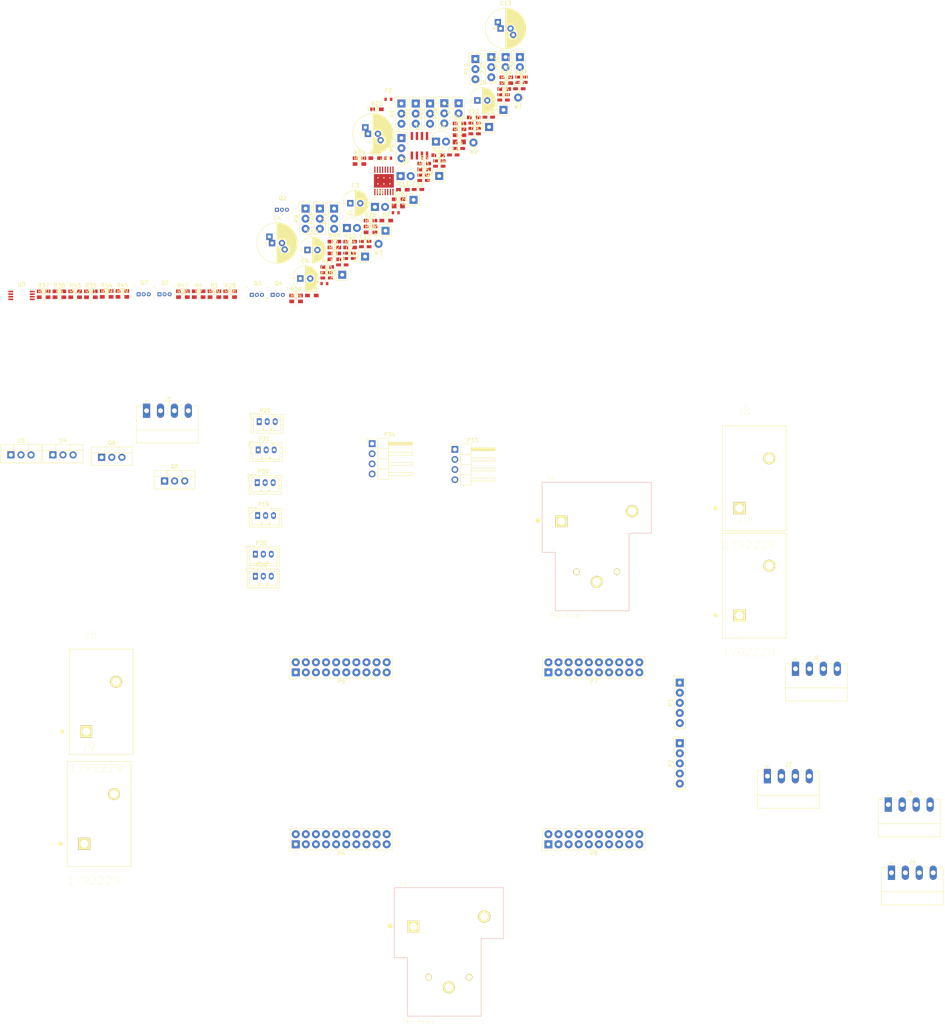
<source format=kicad_pcb>
(kicad_pcb (version 20171130) (host pcbnew "(5.0.0)")
  (layers (0 F.Cu mixed) (31 B.Cu mixed hide) (34 B.Paste user hide) (35 F.Paste user hide) (36 B.SilkS user hide) (37 F.SilkS user) (38 B.Mask user hide) (39 F.Mask user hide) (44 Edge.Cuts user hide))
  (net 0 "")
  (net 1 "Net-(P14-Pad1)")
  (net 2 /TPS_STAT)
  (net 3 "Net-(R27-Pad1)")
  (net 4 "Net-(R34-Pad1)")
  (net 5 GND)
  (net 6 /5V_DEV_BRD)
  (net 7 "Net-(C19-Pad1)")
  (net 8 /SABERTOOTH_5V)
  (net 9 +3V3)
  (net 10 /ULTRA0_TRIG_OUT_BUFFD)
  (net 11 /ULTA0_PULSE_BACK_BUFFD)
  (net 12 /ULTRA1_TRIG_OUT_BUFFD)
  (net 13 /ULTA1_PULSE_BACK_BUFFD)
  (net 14 "Net-(U7-Pad6)")
  (net 15 "Net-(R50-Pad2)")
  (net 16 "Net-(U7-Pad9)")
  (net 17 /ULTA1_PULSE_BACK)
  (net 18 /ULTRA1_TRIG_OUT)
  (net 19 /ULTA0_PULSE_BACK)
  (net 20 /ULTRA0_TRIG_OUT)
  (net 21 +5V)
  (net 22 /BAT_PWR_OUT_EN)
  (net 23 "Net-(Q4-Pad3)")
  (net 24 /E_BRAKE_EN)
  (net 25 "Net-(C10-Pad2)")
  (net 26 /RELAY_COIL)
  (net 27 "Net-(P11-Pad2)")
  (net 28 "Net-(C29-Pad1)")
  (net 29 /MOTOR_BRAKE_EN_N)
  (net 30 /SDA_4.7K)
  (net 31 /SCL_4.7K)
  (net 32 "Net-(R21-Pad2)")
  (net 33 "Net-(P10-Pad2)")
  (net 34 /TMP275_ALERT_OD)
  (net 35 "Net-(D2-Pad1)")
  (net 36 "Net-(D3-Pad1)")
  (net 37 "Net-(D4-Pad1)")
  (net 38 +12V)
  (net 39 "Net-(D1-Pad2)")
  (net 40 "Net-(C11-Pad1)")
  (net 41 "Net-(L1-Pad1)")
  (net 42 "Net-(C21-Pad1)")
  (net 43 "Net-(F3-Pad2)")
  (net 44 "Net-(F4-Pad2)")
  (net 45 "Net-(F1-Pad2)")
  (net 46 "Net-(C14-Pad1)")
  (net 47 VAA)
  (net 48 /BAT_PWR_IN)
  (net 49 "Net-(J3-Pad1)")
  (net 50 "Net-(J3-Pad3)")
  (net 51 /BAT_PWR_OUT_DELFINO_EN)
  (net 52 "Net-(P3-Pad4)")
  (net 53 "Net-(P2-Pad4)")
  (net 54 "Net-(P3-Pad3)")
  (net 55 "Net-(P2-Pad3)")
  (net 56 "Net-(P6-Pad18)")
  (net 57 /ADC2_IN_C2000)
  (net 58 /ADC4_IN_C2000)
  (net 59 "Net-(P6-Pad16)")
  (net 60 "Net-(P6-Pad14)")
  (net 61 /ADC1_IN_C2000)
  (net 62 /ADC0_IN_C2000)
  (net 63 "Net-(P6-Pad8)")
  (net 64 "Net-(P4-Pad16)")
  (net 65 /ADC5_IN_C2000)
  (net 66 /ADC3_IN_C2000)
  (net 67 "Net-(P4-Pad12)")
  (net 68 /BRD_ID0)
  (net 69 /BRD_ID1)
  (net 70 /TEST_EN_N)
  (net 71 /MOTOR_BRAKE_EN)
  (net 72 "Net-(C18-Pad2)")
  (net 73 /ADC5_OUTPUT)
  (net 74 /ADC4_OUTPUT)
  (net 75 /ADC3_OUTPUT)
  (net 76 /ADC2_OUTPUT)
  (net 77 /ADC1_OUTPUT)
  (net 78 /ADC0_OUTPUT)
  (net 79 "Net-(J1-Pad1)")
  (net 80 /E_BRAKE_IN)
  (net 81 /TO_ENCODER_R_B)
  (net 82 /TO_ENCODER_R_A)
  (net 83 /TO_ENCODER_L_A)
  (net 84 /TO_ENCODER_L_B)
  (net 85 "Net-(P9-Pad3)")
  (net 86 "Net-(C15-Pad1)")
  (net 87 /LaunchPad_3V3)
  (net 88 "Net-(P13-Pad3)")
  (net 89 "Net-(P13-Pad2)")
  (net 90 "Net-(P1-Pad1)")
  (net 91 /LAUNCHPAD_5V)
  (net 92 "Net-(P8-Pad3)")
  (net 93 "Net-(P18-Pad1)")
  (net 94 "Net-(P11-Pad3)")
  (net 95 "Net-(P25-Pad3)")
  (net 96 "Net-(J6-Pad1)")
  (net 97 "Net-(P12-Pad3)")
  (net 98 "Net-(P7-Pad20)")
  (net 99 "Net-(P7-Pad18)")
  (net 100 "Net-(P7-Pad16)")
  (net 101 "Net-(P7-Pad14)")
  (net 102 "Net-(P7-Pad12)")
  (net 103 "Net-(P7-Pad10)")
  (net 104 "Net-(P7-Pad8)")
  (net 105 "Net-(P7-Pad6)")
  (net 106 "Net-(P7-Pad4)")
  (net 107 "Net-(P7-Pad19)")
  (net 108 "Net-(P7-Pad17)")
  (net 109 "Net-(P7-Pad15)")
  (net 110 "Net-(P7-Pad13)")
  (net 111 "Net-(P7-Pad11)")
  (net 112 "Net-(P7-Pad9)")
  (net 113 "Net-(P7-Pad7)")
  (net 114 "Net-(P7-Pad5)")
  (net 115 "Net-(P4-Pad3)")
  (net 116 "Net-(P4-Pad5)")
  (net 117 "Net-(P4-Pad7)")
  (net 118 "Net-(P4-Pad9)")
  (net 119 "Net-(P4-Pad11)")
  (net 120 "Net-(P4-Pad13)")
  (net 121 "Net-(P4-Pad15)")
  (net 122 "Net-(P4-Pad17)")
  (net 123 "Net-(P4-Pad19)")
  (net 124 "Net-(P4-Pad6)")
  (net 125 "Net-(P4-Pad8)")
  (net 126 "Net-(P4-Pad10)")
  (net 127 "Net-(P4-Pad14)")
  (net 128 "Net-(P4-Pad18)")
  (net 129 "Net-(P4-Pad20)")
  (net 130 "Net-(P6-Pad20)")
  (net 131 "Net-(P6-Pad12)")
  (net 132 "Net-(P6-Pad10)")
  (net 133 "Net-(P6-Pad6)")
  (net 134 "Net-(P6-Pad13)")
  (net 135 "Net-(P6-Pad11)")
  (net 136 "Net-(P6-Pad9)")
  (net 137 "Net-(P6-Pad7)")
  (net 138 "Net-(P6-Pad5)")
  (net 139 "Net-(P6-Pad3)")
  (net 140 "Net-(P5-Pad3)")
  (net 141 "Net-(P5-Pad9)")
  (net 142 "Net-(P5-Pad11)")
  (net 143 "Net-(P5-Pad13)")
  (net 144 "Net-(P5-Pad15)")
  (net 145 "Net-(P5-Pad17)")
  (net 146 "Net-(P5-Pad19)")
  (net 147 "Net-(P5-Pad4)")
  (net 148 "Net-(P5-Pad6)")
  (net 149 "Net-(P5-Pad8)")
  (net 150 "Net-(P5-Pad10)")
  (net 151 "Net-(P5-Pad12)")
  (net 152 "Net-(P5-Pad14)")
  (net 153 "Net-(P5-Pad16)")
  (net 154 "Net-(P5-Pad18)")
  (net 155 "Net-(P5-Pad20)")
  (net 156 /UART_SABER_RX)
  (net 157 /UART_SABER_TX)
  (net 158 "Net-(J1-Pad4)")
  (net 159 "Net-(J1-Pad3)")
  (net 160 /BAT_PWR_OUT)
  (net 161 "Net-(U2-Pad4)")
  (net 162 "Net-(U6-Pad4)")
  (module TO_SOT_Packages_THT:TO-220-3_Vertical (layer F.Cu) (at 33.605001 26.316601)
    (fp_text reference U4 (at 2.54 -3.62) (layer F.SilkS))
    (fp_text value LM7812)
    (pad 1 thru_hole rect (at 0 0) (size 1.8 1.8) (drill 1) (layers *.Cu *.Mask))
    (pad 2 thru_hole oval (at 2.54 0) (size 1.8 1.8) (drill 1) (layers *.Cu *.Mask))
    (pad 3 thru_hole oval (at 5.08 0) (size 1.8 1.8) (drill 1) (layers *.Cu *.Mask))
  )
  (module TO_SOT_Packages_THT:TO-220-3_Vertical (layer F.Cu) (at 23.055001 26.316601)
    (fp_text reference U5 (at 2.54 -3.62) (layer F.SilkS))
    (fp_text value R-783.3-1.0)
    (pad 3 thru_hole oval (at 5.08 0) (size 1.8 1.8) (drill 1) (layers *.Cu *.Mask))
    (pad 2 thru_hole oval (at 2.54 0) (size 1.8 1.8) (drill 1) (layers *.Cu *.Mask))
    (pad 1 thru_hole rect (at 0 0) (size 1.8 1.8) (drill 1) (layers *.Cu *.Mask))
  )
  (module 1-1393209-2:RELAY_1-1393209-2 (layer F.Cu) (at 133.1214 151.1554)
    (fp_text reference U6 (at -11.4394 -17.2495) (layer F.SilkS) (effects (font (size 1.00259 1.00259) (thickness 0.05))))
    (fp_text value T90-Relay (at -7.7581 17.4067) (layer F.SilkS) (effects (font (size 1.00299 1.00299) (thickness 0.05))))
    (pad 2 thru_hole circle (at -5.08 6.35 180) (size 1.6383 1.6383) (drill 1.0922) (layers *.Cu *.Mask F.SilkS) (net 23 "Net-(Q4-Pad3)"))
    (pad 4 thru_hole circle (at 5.08 6.35 180) (size 1.6383 1.6383) (drill 1.0922) (layers *.Cu *.Mask F.SilkS) (net 162 "Net-(U6-Pad4)"))
    (pad 5 thru_hole circle (at 8.89 -8.89 180) (size 3.0734 3.0734) (drill 2.0574) (layers *.Cu *.Mask F.SilkS) (net 48 /BAT_PWR_IN))
    (pad 3 thru_hole circle (at 0 8.89 180) (size 2.9718 2.9718) (drill 1.9812) (layers *.Cu *.Mask F.SilkS) (net 160 /BAT_PWR_OUT))
    (pad 1 thru_hole rect (at -8.89 -6.35 180) (size 2.9718 2.9718) (drill 1.9812) (layers *.Cu *.Mask F.SilkS) (net 89 "Net-(P13-Pad2)"))
  )
  (module 1-1393209-2:RELAY_1-1393209-2 (layer F.Cu) (at 170.2816 49.3268)
    (fp_text reference U2 (at -11.4394 -17.2495) (layer F.SilkS) (effects (font (size 1.00259 1.00259) (thickness 0.05))))
    (fp_text value T90-Relay (at -7.7581 17.4067) (layer F.SilkS) (effects (font (size 1.00299 1.00299) (thickness 0.05))))
    (pad 1 thru_hole rect (at -8.89 -6.35 180) (size 2.9718 2.9718) (drill 1.9812) (layers *.Cu *.Mask F.SilkS) (net 21 +5V))
    (pad 3 thru_hole circle (at 0 8.89 180) (size 2.9718 2.9718) (drill 1.9812) (layers *.Cu *.Mask F.SilkS) (net 160 /BAT_PWR_OUT))
    (pad 5 thru_hole circle (at 8.89 -8.89 180) (size 3.0734 3.0734) (drill 2.0574) (layers *.Cu *.Mask F.SilkS) (net 48 /BAT_PWR_IN))
    (pad 4 thru_hole circle (at 5.08 6.35 180) (size 1.6383 1.6383) (drill 1.0922) (layers *.Cu *.Mask F.SilkS) (net 161 "Net-(U2-Pad4)"))
    (pad 2 thru_hole circle (at -5.08 6.35 180) (size 1.6383 1.6383) (drill 1.0922) (layers *.Cu *.Mask F.SilkS) (net 26 /RELAY_COIL))
  )
  (module 1792229:PHOENIX_1792229 (layer F.Cu) (at 41.4782 124.0028)
    (fp_text reference J9 (at 1.08297 -24.3366) (layer F.SilkS) (effects (font (size 2.00549 2.00549) (thickness 0.05))))
    (fp_text value 1792229 (at 2.3529 9.28136) (layer F.SilkS) (effects (font (size 2.00245 2.00245) (thickness 0.05))))
    (pad 2 thru_hole circle (at 7.5 -12.5) (size 3 3) (drill 2) (layers *.Cu *.Mask F.SilkS) (net 96 "Net-(J6-Pad1)"))
    (pad 1 thru_hole rect (at 0 0) (size 3 3) (drill 2) (layers *.Cu *.Mask F.SilkS) (net 96 "Net-(J6-Pad1)"))
  )
  (module 1792229:PHOENIX_1792229 (layer F.Cu) (at 206.145001 39.694801)
    (fp_text reference J8 (at 1.08297 -24.3366) (layer F.SilkS) (effects (font (size 2.00549 2.00549) (thickness 0.05))))
    (fp_text value 1792229 (at 2.3529 9.28136) (layer F.SilkS) (effects (font (size 2.00245 2.00245) (thickness 0.05))))
    (pad 1 thru_hole rect (at 0 0) (size 3 3) (drill 2) (layers *.Cu *.Mask F.SilkS) (net 160 /BAT_PWR_OUT))
    (pad 2 thru_hole circle (at 7.5 -12.5) (size 3 3) (drill 2) (layers *.Cu *.Mask F.SilkS) (net 160 /BAT_PWR_OUT))
  )
  (module 1792229:PHOENIX_1792229 (layer F.Cu) (at 41.9862 95.8088)
    (fp_text reference J6 (at 1.08297 -24.3366) (layer F.SilkS) (effects (font (size 2.00549 2.00549) (thickness 0.05))))
    (fp_text value 1792229 (at 2.3529 9.28136) (layer F.SilkS) (effects (font (size 2.00245 2.00245) (thickness 0.05))))
    (pad 2 thru_hole circle (at 7.5 -12.5) (size 3 3) (drill 2) (layers *.Cu *.Mask F.SilkS) (net 96 "Net-(J6-Pad1)"))
    (pad 1 thru_hole rect (at 0 0) (size 3 3) (drill 2) (layers *.Cu *.Mask F.SilkS) (net 96 "Net-(J6-Pad1)"))
  )
  (module 1792229:PHOENIX_1792229 (layer F.Cu) (at 206.145001 66.644801)
    (fp_text reference J5 (at 1.08297 -24.3366) (layer F.SilkS) (effects (font (size 2.00549 2.00549) (thickness 0.05))))
    (fp_text value 1792229 (at 2.3529 9.28136) (layer F.SilkS) (effects (font (size 2.00245 2.00245) (thickness 0.05))))
    (pad 1 thru_hole rect (at 0 0) (size 3 3) (drill 2) (layers *.Cu *.Mask F.SilkS) (net 48 /BAT_PWR_IN))
    (pad 2 thru_hole circle (at 7.5 -12.5) (size 3 3) (drill 2) (layers *.Cu *.Mask F.SilkS) (net 48 /BAT_PWR_IN))
  )
  (module Capacitors_SMD:C_0603_HandSoldering (layer F.Cu) (at 143.153801 -58.511799)
    (fp_text reference C19 (at 0 -1.25) (layer F.SilkS))
    (fp_text value C_Small)
    (pad 2 smd rect (at 0.95 0) (size 1.2 0.75) (layers F.Cu F.Paste F.Mask) (net 5 GND))
    (pad 1 smd rect (at -0.95 0) (size 1.2 0.75) (layers F.Cu F.Paste F.Mask) (net 7 "Net-(C19-Pad1)"))
  )
  (module Capacitors_SMD:C_0603_HandSoldering (layer F.Cu) (at 102.393801 -19.471799)
    (fp_text reference C23 (at 0 -1.25) (layer F.SilkS))
    (fp_text value C_Small)
    (pad 1 smd rect (at -0.95 0) (size 1.2 0.75) (layers F.Cu F.Paste F.Mask) (net 5 GND))
    (pad 2 smd rect (at 0.95 0) (size 1.2 0.75) (layers F.Cu F.Paste F.Mask) (net 62 /ADC0_IN_C2000))
  )
  (module Capacitors_SMD:C_0603_HandSoldering (layer F.Cu) (at 130.723801 -46.191799)
    (fp_text reference C24 (at 0 -1.25) (layer F.SilkS))
    (fp_text value C_Small)
    (pad 2 smd rect (at 0.95 0) (size 1.2 0.75) (layers F.Cu F.Paste F.Mask) (net 61 /ADC1_IN_C2000))
    (pad 1 smd rect (at -0.95 0) (size 1.2 0.75) (layers F.Cu F.Paste F.Mask) (net 5 GND))
  )
  (module Capacitors_SMD:C_0603_HandSoldering (layer F.Cu) (at 126.763801 -43.971799)
    (fp_text reference C25 (at 0 -1.25) (layer F.SilkS))
    (fp_text value C_Small)
    (pad 1 smd rect (at -0.95 0) (size 1.2 0.75) (layers F.Cu F.Paste F.Mask) (net 5 GND))
    (pad 2 smd rect (at 0.95 0) (size 1.2 0.75) (layers F.Cu F.Paste F.Mask) (net 57 /ADC2_IN_C2000))
  )
  (module Capacitors_SMD:C_0603_HandSoldering (layer F.Cu) (at 146.883801 -64.161799)
    (fp_text reference C26 (at 0 -1.25) (layer F.SilkS))
    (fp_text value C_Small)
    (pad 2 smd rect (at 0.95 0) (size 1.2 0.75) (layers F.Cu F.Paste F.Mask) (net 66 /ADC3_IN_C2000))
    (pad 1 smd rect (at -0.95 0) (size 1.2 0.75) (layers F.Cu F.Paste F.Mask) (net 5 GND))
  )
  (module Capacitors_SMD:C_0603_HandSoldering (layer F.Cu) (at 151.373801 -68.601799)
    (fp_text reference C27 (at 0 -1.25) (layer F.SilkS))
    (fp_text value C_Small)
    (pad 1 smd rect (at -0.95 0) (size 1.2 0.75) (layers F.Cu F.Paste F.Mask) (net 5 GND))
    (pad 2 smd rect (at 0.95 0) (size 1.2 0.75) (layers F.Cu F.Paste F.Mask) (net 58 /ADC4_IN_C2000))
  )
  (module Capacitors_SMD:C_0603_HandSoldering (layer F.Cu) (at 146.883801 -62.811799)
    (fp_text reference C28 (at 0 -1.25) (layer F.SilkS))
    (fp_text value C_Small)
    (pad 2 smd rect (at 0.95 0) (size 1.2 0.75) (layers F.Cu F.Paste F.Mask) (net 65 /ADC5_IN_C2000))
    (pad 1 smd rect (at -0.95 0) (size 1.2 0.75) (layers F.Cu F.Paste F.Mask) (net 5 GND))
  )
  (module Capacitors_SMD:C_0603_HandSoldering (layer F.Cu) (at 126.763801 -42.621799)
    (fp_text reference C29 (at 0 -1.25) (layer F.SilkS))
    (fp_text value C_Small)
    (pad 1 smd rect (at -0.95 0) (size 1.2 0.75) (layers F.Cu F.Paste F.Mask) (net 28 "Net-(C29-Pad1)"))
    (pad 2 smd rect (at 0.95 0) (size 1.2 0.75) (layers F.Cu F.Paste F.Mask) (net 5 GND))
  )
  (module Capacitors_SMD:C_0603_HandSoldering (layer F.Cu) (at 151.373801 -67.251799)
    (fp_text reference C20 (at 0 -1.25) (layer F.SilkS))
    (fp_text value CP_Small)
    (pad 2 smd rect (at 0.95 0) (size 1.2 0.75) (layers F.Cu F.Paste F.Mask) (net 5 GND))
    (pad 1 smd rect (at -0.95 0) (size 1.2 0.75) (layers F.Cu F.Paste F.Mask) (net 7 "Net-(C19-Pad1)"))
  )
  (module Capacitors_SMD:C_0603_HandSoldering (layer F.Cu) (at 139.603801 -57.031799)
    (fp_text reference C30 (at 0 -1.25) (layer F.SilkS))
    (fp_text value 0.1u)
    (pad 1 smd rect (at -0.95 0) (size 1.2 0.75) (layers F.Cu F.Paste F.Mask) (net 9 +3V3))
    (pad 2 smd rect (at 0.95 0) (size 1.2 0.75) (layers F.Cu F.Paste F.Mask) (net 5 GND))
  )
  (module Capacitors_SMD:C_0603_HandSoldering (layer F.Cu) (at 130.723801 -47.541799)
    (fp_text reference C22 (at 0 -1.25) (layer F.SilkS))
    (fp_text value CP_Small)
    (pad 2 smd rect (at 0.95 0) (size 1.2 0.75) (layers F.Cu F.Paste F.Mask) (net 5 GND))
    (pad 1 smd rect (at -0.95 0) (size 1.2 0.75) (layers F.Cu F.Paste F.Mask) (net 42 "Net-(C21-Pad1)"))
  )
  (module Capacitors_SMD:C_0603_HandSoldering (layer F.Cu) (at 125.363801 -40.351799)
    (fp_text reference C31 (at 0 -1.25) (layer F.SilkS))
    (fp_text value 0.1u)
    (pad 1 smd rect (at -0.95 0) (size 1.2 0.75) (layers F.Cu F.Paste F.Mask) (net 21 +5V))
    (pad 2 smd rect (at 0.95 0) (size 1.2 0.75) (layers F.Cu F.Paste F.Mask) (net 5 GND))
  )
  (module Capacitors_SMD:C_0603_HandSoldering (layer F.Cu) (at 108.153801 -24.361799)
    (fp_text reference C7 (at 0 -1.25) (layer F.SilkS))
    (fp_text value C_Small)
    (pad 2 smd rect (at 0.95 0) (size 1.2 0.75) (layers F.Cu F.Paste F.Mask) (net 5 GND))
    (pad 1 smd rect (at -0.95 0) (size 1.2 0.75) (layers F.Cu F.Paste F.Mask) (net 47 VAA))
  )
  (module Capacitors_SMD:C_0603_HandSoldering (layer F.Cu) (at 139.603801 -54.331799)
    (fp_text reference C8 (at 0 -1.25) (layer F.SilkS))
    (fp_text value C_Small)
    (pad 1 smd rect (at -0.95 0) (size 1.2 0.75) (layers F.Cu F.Paste F.Mask) (net 47 VAA))
    (pad 2 smd rect (at 0.95 0) (size 1.2 0.75) (layers F.Cu F.Paste F.Mask) (net 5 GND))
  )
  (module Capacitors_SMD:C_0603_HandSoldering (layer F.Cu) (at 106.353801 -21.401799)
    (fp_text reference C1 (at 0 -1.25) (layer F.SilkS))
    (fp_text value C_Small)
    (pad 2 smd rect (at 0.95 0) (size 1.2 0.75) (layers F.Cu F.Paste F.Mask) (net 5 GND))
    (pad 1 smd rect (at -0.95 0) (size 1.2 0.75) (layers F.Cu F.Paste F.Mask) (net 48 /BAT_PWR_IN))
  )
  (module Capacitors_SMD:C_0603_HandSoldering (layer F.Cu) (at 150.843801 -65.641799)
    (fp_text reference C10 (at 0 -1.25) (layer F.SilkS))
    (fp_text value C_Small)
    (pad 1 smd rect (at -0.95 0) (size 1.2 0.75) (layers F.Cu F.Paste F.Mask) (net 5 GND))
    (pad 2 smd rect (at 0.95 0) (size 1.2 0.75) (layers F.Cu F.Paste F.Mask) (net 25 "Net-(C10-Pad2)"))
  )
  (module Capacitors_SMD:C_0603_HandSoldering (layer F.Cu) (at 108.153801 -23.011799)
    (fp_text reference C11 (at 0 -1.25) (layer F.SilkS))
    (fp_text value C_Small)
    (pad 2 smd rect (at 0.95 0) (size 1.2 0.75) (layers F.Cu F.Paste F.Mask) (net 5 GND))
    (pad 1 smd rect (at -0.95 0) (size 1.2 0.75) (layers F.Cu F.Paste F.Mask) (net 40 "Net-(C11-Pad1)"))
  )
  (module Capacitors_SMD:C_0603_HandSoldering (layer F.Cu) (at 134.243801 -49.021799)
    (fp_text reference C14 (at 0 -1.25) (layer F.SilkS))
    (fp_text value C_Small)
    (pad 1 smd rect (at -0.95 0) (size 1.2 0.75) (layers F.Cu F.Paste F.Mask) (net 46 "Net-(C14-Pad1)"))
    (pad 2 smd rect (at 0.95 0) (size 1.2 0.75) (layers F.Cu F.Paste F.Mask) (net 5 GND))
  )
  (module Capacitors_SMD:C_0603_HandSoldering (layer F.Cu) (at 112.113801 -27.321799)
    (fp_text reference C15 (at 0 -1.25) (layer F.SilkS))
    (fp_text value C_Small)
    (pad 2 smd rect (at 0.95 0) (size 1.2 0.75) (layers F.Cu F.Paste F.Mask) (net 5 GND))
    (pad 1 smd rect (at -0.95 0) (size 1.2 0.75) (layers F.Cu F.Paste F.Mask) (net 86 "Net-(C15-Pad1)"))
  )
  (module Capacitors_SMD:C_0603_HandSoldering (layer F.Cu) (at 102.393801 -18.121799)
    (fp_text reference C18 (at 0 -1.25) (layer F.SilkS))
    (fp_text value CP_Small)
    (pad 1 smd rect (at -0.95 0) (size 1.2 0.75) (layers F.Cu F.Paste F.Mask) (net 40 "Net-(C11-Pad1)"))
    (pad 2 smd rect (at 0.95 0) (size 1.2 0.75) (layers F.Cu F.Paste F.Mask) (net 72 "Net-(C18-Pad2)"))
  )
  (module Capacitors_SMD:C_0603_HandSoldering (layer F.Cu) (at 135.643801 -50.651799)
    (fp_text reference C9 (at 0 -1.25) (layer F.SilkS))
    (fp_text value C_Small)
    (pad 2 smd rect (at 0.95 0) (size 1.2 0.75) (layers F.Cu F.Paste F.Mask) (net 5 GND))
    (pad 1 smd rect (at -0.95 0) (size 1.2 0.75) (layers F.Cu F.Paste F.Mask) (net 40 "Net-(C11-Pad1)"))
  )
  (module Capacitors_SMD:C_0603_HandSoldering (layer F.Cu) (at 112.113801 -25.971799)
    (fp_text reference C21 (at 0 -1.25) (layer F.SilkS))
    (fp_text value C_Small)
    (pad 1 smd rect (at -0.95 0) (size 1.2 0.75) (layers F.Cu F.Paste F.Mask) (net 42 "Net-(C21-Pad1)"))
    (pad 2 smd rect (at 0.95 0) (size 1.2 0.75) (layers F.Cu F.Paste F.Mask) (net 5 GND))
  )
  (module Capacitors_SMD:C_0603_HandSoldering (layer F.Cu) (at 139.603801 -55.681799)
    (fp_text reference C2 (at 0 -1.25) (layer F.SilkS))
    (fp_text value C_Small)
    (pad 2 smd rect (at 0.95 0) (size 1.2 0.75) (layers F.Cu F.Paste F.Mask) (net 5 GND))
    (pad 1 smd rect (at -0.95 0) (size 1.2 0.75) (layers F.Cu F.Paste F.Mask) (net 48 /BAT_PWR_IN))
  )
  (module Capacitors_THT:CP_Radial_D10.0mm_P2.50mm_P5.00mm (layer F.Cu) (at 146.123801 -80.781799)
    (fp_text reference C13 (at 1.25 -6.31) (layer F.SilkS))
    (fp_text value CP_Small)
    (pad 2 thru_hole circle (at 3.170937 1.6) (size 1.6 1.6) (drill 0.8) (layers *.Cu *.Mask) (net 5 GND))
    (pad 1 thru_hole rect (at -0.670937 -1.6) (size 1.6 1.6) (drill 0.8) (layers *.Cu *.Mask) (net 40 "Net-(C11-Pad1)"))
    (pad 2 thru_hole circle (at 2.5 0) (size 1.6 1.6) (drill 0.8) (layers *.Cu *.Mask) (net 5 GND))
    (pad 1 thru_hole rect (at 0 0) (size 1.6 1.6) (drill 0.8) (layers *.Cu *.Mask) (net 40 "Net-(C11-Pad1)"))
  )
  (module Capacitors_THT:CP_Radial_D10.0mm_P2.50mm_P5.00mm (layer F.Cu) (at 112.793801 -54.331799)
    (fp_text reference C17 (at 1.25 -6.31) (layer F.SilkS))
    (fp_text value CP1_Small)
    (pad 1 thru_hole rect (at 0 0) (size 1.6 1.6) (drill 0.8) (layers *.Cu *.Mask) (net 86 "Net-(C15-Pad1)"))
    (pad 2 thru_hole circle (at 2.5 0) (size 1.6 1.6) (drill 0.8) (layers *.Cu *.Mask) (net 5 GND))
    (pad 1 thru_hole rect (at -0.670937 -1.6) (size 1.6 1.6) (drill 0.8) (layers *.Cu *.Mask) (net 86 "Net-(C15-Pad1)"))
    (pad 2 thru_hole circle (at 3.170937 1.6) (size 1.6 1.6) (drill 0.8) (layers *.Cu *.Mask) (net 5 GND))
  )
  (module Capacitors_THT:CP_Radial_D10.0mm_P2.50mm_P5.00mm (layer F.Cu) (at 88.693801 -26.881799)
    (fp_text reference C4 (at 1.25 -6.31) (layer F.SilkS))
    (fp_text value CP_Small)
    (pad 2 thru_hole circle (at 3.170937 1.6) (size 1.6 1.6) (drill 0.8) (layers *.Cu *.Mask) (net 5 GND))
    (pad 1 thru_hole rect (at -0.670937 -1.6) (size 1.6 1.6) (drill 0.8) (layers *.Cu *.Mask) (net 48 /BAT_PWR_IN))
    (pad 2 thru_hole circle (at 2.5 0) (size 1.6 1.6) (drill 0.8) (layers *.Cu *.Mask) (net 5 GND))
    (pad 1 thru_hole rect (at 0 0) (size 1.6 1.6) (drill 0.8) (layers *.Cu *.Mask) (net 48 /BAT_PWR_IN))
  )
  (module Capacitors_THT:CP_Radial_D6.3mm_P2.50mm (layer F.Cu) (at 97.593801 -25.151799)
    (fp_text reference C12 (at 1.25 -4.46) (layer F.SilkS))
    (fp_text value CP_Small)
    (pad 1 thru_hole rect (at 0 0) (size 1.6 1.6) (drill 0.8) (layers *.Cu *.Mask) (net 40 "Net-(C11-Pad1)"))
    (pad 2 thru_hole circle (at 2.5 0) (size 1.6 1.6) (drill 0.8) (layers *.Cu *.Mask) (net 5 GND))
  )
  (module Capacitors_THT:CP_Radial_D6.3mm_P2.50mm (layer F.Cu) (at 95.793801 -17.981799)
    (fp_text reference C6 (at 1.25 -4.46) (layer F.SilkS))
    (fp_text value CP1_Small)
    (pad 2 thru_hole circle (at 2.5 0) (size 1.6 1.6) (drill 0.8) (layers *.Cu *.Mask) (net 5 GND))
    (pad 1 thru_hole rect (at 0 0) (size 1.6 1.6) (drill 0.8) (layers *.Cu *.Mask) (net 47 VAA))
  )
  (module Capacitors_THT:CP_Radial_D6.3mm_P2.50mm (layer F.Cu) (at 140.283801 -62.711799)
    (fp_text reference C5 (at 1.25 -4.46) (layer F.SilkS))
    (fp_text value CP1_Small)
    (pad 1 thru_hole rect (at 0 0) (size 1.6 1.6) (drill 0.8) (layers *.Cu *.Mask) (net 47 VAA))
    (pad 2 thru_hole circle (at 2.5 0) (size 1.6 1.6) (drill 0.8) (layers *.Cu *.Mask) (net 5 GND))
  )
  (module Capacitors_THT:CP_Radial_D6.3mm_P2.50mm (layer F.Cu) (at 108.363801 -36.881799)
    (fp_text reference C3 (at 1.25 -4.46) (layer F.SilkS))
    (fp_text value CP_Small)
    (pad 2 thru_hole circle (at 2.5 0) (size 1.6 1.6) (drill 0.8) (layers *.Cu *.Mask) (net 5 GND))
    (pad 1 thru_hole rect (at 0 0) (size 1.6 1.6) (drill 0.8) (layers *.Cu *.Mask) (net 48 /BAT_PWR_IN))
  )
  (module Connectors:Pin_d1.0mm_L10.0mm (layer F.Cu) (at 139.303801 -52.131799)
    (fp_text reference W2 (at 0 2.25) (layer F.SilkS))
    (fp_text value TEST_1P)
    (pad 1 thru_hole circle (at 0 0) (size 2 2) (drill 1) (layers *.Cu *.Mask) (net 9 +3V3))
  )
  (module Connectors:Pin_d1.0mm_L10.0mm (layer F.Cu) (at 150.543801 -63.441799)
    (fp_text reference W1 (at 0 2.25) (layer F.SilkS))
    (fp_text value TEST_1P)
    (pad 1 thru_hole circle (at 0 0) (size 2 2) (drill 1) (layers *.Cu *.Mask) (net 21 +5V))
  )
  (module Connectors:Pin_d1.0mm_L10.0mm (layer F.Cu) (at 115.463801 -26.681799)
    (fp_text reference W3 (at 0 2.25) (layer F.SilkS))
    (fp_text value TEST_1P)
    (pad 1 thru_hole circle (at 0 0) (size 2 2) (drill 1) (layers *.Cu *.Mask) (net 38 +12V))
  )
  (module Connectors_JST:JST_PH_B3B-PH-K_03x2.00mm_Straight (layer F.Cu) (at 84.493001 56.794801)
    (fp_text reference P29 (at 1.5 -2.8) (layer F.SilkS))
    (fp_text value CONN_01X03)
    (pad 1 thru_hole rect (at 0 0) (size 1.2 1.7) (drill 0.75) (layers *.Cu *.Mask) (net 21 +5V))
    (pad 2 thru_hole oval (at 2 0) (size 1.2 1.7) (drill 0.75) (layers *.Cu *.Mask) (net 78 /ADC0_OUTPUT))
    (pad 3 thru_hole oval (at 4 0) (size 1.2 1.7) (drill 0.75) (layers *.Cu *.Mask) (net 5 GND))
  )
  (module Connectors_JST:JST_PH_B3B-PH-K_03x2.00mm_Straight (layer F.Cu) (at 85.215001 25.066601)
    (fp_text reference P31 (at 1.5 -2.8) (layer F.SilkS))
    (fp_text value CONN_01X03)
    (pad 3 thru_hole oval (at 4 0) (size 1.2 1.7) (drill 0.75) (layers *.Cu *.Mask) (net 5 GND))
    (pad 2 thru_hole oval (at 2 0) (size 1.2 1.7) (drill 0.75) (layers *.Cu *.Mask) (net 76 /ADC2_OUTPUT))
    (pad 1 thru_hole rect (at 0 0) (size 1.2 1.7) (drill 0.75) (layers *.Cu *.Mask) (net 21 +5V))
  )
  (module Connectors_JST:JST_PH_B3B-PH-K_03x2.00mm_Straight (layer F.Cu) (at 85.471 17.9578)
    (fp_text reference P21 (at 1.5 -2.8) (layer F.SilkS))
    (fp_text value CONN_01X03)
    (pad 1 thru_hole rect (at 0 0) (size 1.2 1.7) (drill 0.75) (layers *.Cu *.Mask) (net 21 +5V))
    (pad 2 thru_hole oval (at 2 0) (size 1.2 1.7) (drill 0.75) (layers *.Cu *.Mask) (net 73 /ADC5_OUTPUT))
    (pad 3 thru_hole oval (at 4 0) (size 1.2 1.7) (drill 0.75) (layers *.Cu *.Mask) (net 5 GND))
  )
  (module Connectors_JST:JST_PH_B3B-PH-K_03x2.00mm_Straight (layer F.Cu) (at 84.493001 51.244801)
    (fp_text reference P20 (at 1.5 -2.8) (layer F.SilkS))
    (fp_text value CONN_01X03)
    (pad 3 thru_hole oval (at 4 0) (size 1.2 1.7) (drill 0.75) (layers *.Cu *.Mask) (net 5 GND))
    (pad 2 thru_hole oval (at 2 0) (size 1.2 1.7) (drill 0.75) (layers *.Cu *.Mask) (net 74 /ADC4_OUTPUT))
    (pad 1 thru_hole rect (at 0 0) (size 1.2 1.7) (drill 0.75) (layers *.Cu *.Mask) (net 21 +5V))
  )
  (module Connectors_JST:JST_PH_B3B-PH-K_03x2.00mm_Straight (layer F.Cu) (at 85.0646 41.5544)
    (fp_text reference P19 (at 1.5 -2.8) (layer F.SilkS))
    (fp_text value CONN_01X03)
    (pad 1 thru_hole rect (at 0 0) (size 1.2 1.7) (drill 0.75) (layers *.Cu *.Mask) (net 21 +5V))
    (pad 2 thru_hole oval (at 2 0) (size 1.2 1.7) (drill 0.75) (layers *.Cu *.Mask) (net 75 /ADC3_OUTPUT))
    (pad 3 thru_hole oval (at 4 0) (size 1.2 1.7) (drill 0.75) (layers *.Cu *.Mask) (net 5 GND))
  )
  (module Connectors_JST:JST_PH_B3B-PH-K_03x2.00mm_Straight (layer F.Cu) (at 84.963 33.274)
    (fp_text reference P30 (at 1.5 -2.8) (layer F.SilkS))
    (fp_text value CONN_01X03)
    (pad 3 thru_hole oval (at 4 0) (size 1.2 1.7) (drill 0.75) (layers *.Cu *.Mask) (net 5 GND))
    (pad 2 thru_hole oval (at 2 0) (size 1.2 1.7) (drill 0.75) (layers *.Cu *.Mask) (net 77 /ADC1_OUTPUT))
    (pad 1 thru_hole rect (at 0 0) (size 1.2 1.7) (drill 0.75) (layers *.Cu *.Mask) (net 21 +5V))
  )
  (module Connectors_Phoenix:PhoenixContact_MC-G_04x3.50mm_Angled (layer F.Cu) (at 220.2434 80.0354)
    (fp_text reference J1 (at 5.25 -2.8) (layer F.SilkS))
    (fp_text value Screw_Terminal_1x04)
    (pad 4 thru_hole oval (at 10.5 0) (size 1.8 3.6) (drill 1.2) (layers *.Cu *.Mask) (net 158 "Net-(J1-Pad4)"))
    (pad 3 thru_hole oval (at 7 0) (size 1.8 3.6) (drill 1.2) (layers *.Cu *.Mask) (net 159 "Net-(J1-Pad3)"))
    (pad 2 thru_hole oval (at 3.5 0) (size 1.8 3.6) (drill 1.2) (layers *.Cu *.Mask) (net 80 /E_BRAKE_IN))
    (pad 1 thru_hole rect (at 0 0) (size 1.8 3.6) (drill 1.2) (layers *.Cu *.Mask) (net 79 "Net-(J1-Pad1)"))
  )
  (module Connectors_Phoenix:PhoenixContact_MC-G_04x3.50mm_Angled (layer F.Cu) (at 243.5606 114.1476)
    (fp_text reference J2 (at 5.25 -2.8) (layer F.SilkS))
    (fp_text value Screw_Terminal_1x04)
    (pad 1 thru_hole rect (at 0 0) (size 1.8 3.6) (drill 1.2) (layers *.Cu *.Mask) (net 38 +12V))
    (pad 2 thru_hole oval (at 3.5 0) (size 1.8 3.6) (drill 1.2) (layers *.Cu *.Mask) (net 83 /TO_ENCODER_L_A))
    (pad 3 thru_hole oval (at 7 0) (size 1.8 3.6) (drill 1.2) (layers *.Cu *.Mask) (net 84 /TO_ENCODER_L_B))
    (pad 4 thru_hole oval (at 10.5 0) (size 1.8 3.6) (drill 1.2) (layers *.Cu *.Mask) (net 5 GND))
  )
  (module Connectors_Phoenix:PhoenixContact_MC-G_04x3.50mm_Angled (layer F.Cu) (at 57.15 15.2146)
    (fp_text reference J3 (at 5.25 -2.8) (layer F.SilkS))
    (fp_text value Screw_Terminal_1x04)
    (pad 4 thru_hole oval (at 10.5 0) (size 1.8 3.6) (drill 1.2) (layers *.Cu *.Mask) (net 5 GND))
    (pad 3 thru_hole oval (at 7 0) (size 1.8 3.6) (drill 1.2) (layers *.Cu *.Mask) (net 50 "Net-(J3-Pad3)"))
    (pad 2 thru_hole oval (at 3.5 0) (size 1.8 3.6) (drill 1.2) (layers *.Cu *.Mask) (net 5 GND))
    (pad 1 thru_hole rect (at 0 0) (size 1.8 3.6) (drill 1.2) (layers *.Cu *.Mask) (net 49 "Net-(J3-Pad1)"))
  )
  (module Connectors_Phoenix:PhoenixContact_MC-G_04x3.50mm_Angled (layer F.Cu) (at 244.348 131.2672)
    (fp_text reference J4 (at 5.25 -2.8) (layer F.SilkS))
    (fp_text value Screw_Terminal_1x04)
    (pad 1 thru_hole rect (at 0 0) (size 1.8 3.6) (drill 1.2) (layers *.Cu *.Mask) (net 38 +12V))
    (pad 2 thru_hole oval (at 3.5 0) (size 1.8 3.6) (drill 1.2) (layers *.Cu *.Mask) (net 82 /TO_ENCODER_R_A))
    (pad 3 thru_hole oval (at 7 0) (size 1.8 3.6) (drill 1.2) (layers *.Cu *.Mask) (net 81 /TO_ENCODER_R_B))
    (pad 4 thru_hole oval (at 10.5 0) (size 1.8 3.6) (drill 1.2) (layers *.Cu *.Mask) (net 5 GND))
  )
  (module Connectors_Phoenix:PhoenixContact_MC-G_04x3.50mm_Angled (layer F.Cu) (at 213.1926 107.0102)
    (fp_text reference J7 (at 5.25 -2.8) (layer F.SilkS))
    (fp_text value Screw_Terminal_1x04)
    (pad 4 thru_hole oval (at 10.5 0) (size 1.8 3.6) (drill 1.2) (layers *.Cu *.Mask) (net 5 GND))
    (pad 3 thru_hole oval (at 7 0) (size 1.8 3.6) (drill 1.2) (layers *.Cu *.Mask) (net 8 /SABERTOOTH_5V))
    (pad 2 thru_hole oval (at 3.5 0) (size 1.8 3.6) (drill 1.2) (layers *.Cu *.Mask) (net 156 /UART_SABER_RX))
    (pad 1 thru_hole rect (at 0 0) (size 1.8 3.6) (drill 1.2) (layers *.Cu *.Mask) (net 157 /UART_SABER_TX))
  )
  (module Connectors_Samtec:SDL-120-X-XX_2x10 (layer F.Cu) (at 94.6404 80.9498 90)
    (fp_text reference P5 (at -2.27 11.43 180) (layer F.SilkS))
    (fp_text value CONN_02X10)
    (pad 1 thru_hole rect (at 0 0 90) (size 2 2) (drill 0.95) (layers *.Cu *.Mask) (net 51 /BAT_PWR_OUT_DELFINO_EN))
    (pad 3 thru_hole circle (at 0 2.54 90) (size 2 2) (drill 0.95) (layers *.Cu *.Mask) (net 140 "Net-(P5-Pad3)"))
    (pad 5 thru_hole circle (at 0 5.08 90) (size 2 2) (drill 0.95) (layers *.Cu *.Mask) (net 10 /ULTRA0_TRIG_OUT_BUFFD))
    (pad 7 thru_hole circle (at 0 7.62 90) (size 2 2) (drill 0.95) (layers *.Cu *.Mask) (net 12 /ULTRA1_TRIG_OUT_BUFFD))
    (pad 9 thru_hole circle (at 0 10.16 90) (size 2 2) (drill 0.95) (layers *.Cu *.Mask) (net 141 "Net-(P5-Pad9)"))
    (pad 11 thru_hole circle (at 0 12.7 90) (size 2 2) (drill 0.95) (layers *.Cu *.Mask) (net 142 "Net-(P5-Pad11)"))
    (pad 13 thru_hole circle (at 0 15.24 90) (size 2 2) (drill 0.95) (layers *.Cu *.Mask) (net 143 "Net-(P5-Pad13)"))
    (pad 15 thru_hole circle (at 0 17.78 90) (size 2 2) (drill 0.95) (layers *.Cu *.Mask) (net 144 "Net-(P5-Pad15)"))
    (pad 17 thru_hole circle (at 0 20.32 90) (size 2 2) (drill 0.95) (layers *.Cu *.Mask) (net 145 "Net-(P5-Pad17)"))
    (pad 19 thru_hole circle (at 0 22.86 90) (size 2 2) (drill 0.95) (layers *.Cu *.Mask) (net 146 "Net-(P5-Pad19)"))
    (pad 2 thru_hole circle (at 2.54 0 90) (size 2 2) (drill 0.95) (layers *.Cu *.Mask) (net 5 GND))
    (pad 4 thru_hole circle (at 2.54 2.54 90) (size 2 2) (drill 0.95) (layers *.Cu *.Mask) (net 147 "Net-(P5-Pad4)"))
    (pad 6 thru_hole circle (at 2.54 5.08 90) (size 2 2) (drill 0.95) (layers *.Cu *.Mask) (net 148 "Net-(P5-Pad6)"))
    (pad 8 thru_hole circle (at 2.54 7.62 90) (size 2 2) (drill 0.95) (layers *.Cu *.Mask) (net 149 "Net-(P5-Pad8)"))
    (pad 10 thru_hole circle (at 2.54 10.16 90) (size 2 2) (drill 0.95) (layers *.Cu *.Mask) (net 150 "Net-(P5-Pad10)"))
    (pad 12 thru_hole circle (at 2.54 12.7 90) (size 2 2) (drill 0.95) (layers *.Cu *.Mask) (net 151 "Net-(P5-Pad12)"))
    (pad 14 thru_hole circle (at 2.54 15.24 90) (size 2 2) (drill 0.95) (layers *.Cu *.Mask) (net 152 "Net-(P5-Pad14)"))
    (pad 16 thru_hole circle (at 2.54 17.78 90) (size 2 2) (drill 0.95) (layers *.Cu *.Mask) (net 153 "Net-(P5-Pad16)"))
    (pad 18 thru_hole circle (at 2.54 20.32 90) (size 2 2) (drill 0.95) (layers *.Cu *.Mask) (net 154 "Net-(P5-Pad18)"))
    (pad 20 thru_hole circle (at 2.54 22.86 90) (size 2 2) (drill 0.95) (layers *.Cu *.Mask) (net 155 "Net-(P5-Pad20)"))
  )
  (module Connectors_Samtec:SDL-120-X-XX_2x10 (layer F.Cu) (at 158.1404 124.1298 90)
    (fp_text reference P6 (at -2.27 11.43 180) (layer F.SilkS))
    (fp_text value CONN_02X10)
    (pad 20 thru_hole circle (at 2.54 22.86 90) (size 2 2) (drill 0.95) (layers *.Cu *.Mask) (net 130 "Net-(P6-Pad20)"))
    (pad 18 thru_hole circle (at 2.54 20.32 90) (size 2 2) (drill 0.95) (layers *.Cu *.Mask) (net 56 "Net-(P6-Pad18)"))
    (pad 16 thru_hole circle (at 2.54 17.78 90) (size 2 2) (drill 0.95) (layers *.Cu *.Mask) (net 59 "Net-(P6-Pad16)"))
    (pad 14 thru_hole circle (at 2.54 15.24 90) (size 2 2) (drill 0.95) (layers *.Cu *.Mask) (net 60 "Net-(P6-Pad14)"))
    (pad 12 thru_hole circle (at 2.54 12.7 90) (size 2 2) (drill 0.95) (layers *.Cu *.Mask) (net 131 "Net-(P6-Pad12)"))
    (pad 10 thru_hole circle (at 2.54 10.16 90) (size 2 2) (drill 0.95) (layers *.Cu *.Mask) (net 132 "Net-(P6-Pad10)"))
    (pad 8 thru_hole circle (at 2.54 7.62 90) (size 2 2) (drill 0.95) (layers *.Cu *.Mask) (net 63 "Net-(P6-Pad8)"))
    (pad 6 thru_hole circle (at 2.54 5.08 90) (size 2 2) (drill 0.95) (layers *.Cu *.Mask) (net 133 "Net-(P6-Pad6)"))
    (pad 4 thru_hole circle (at 2.54 2.54 90) (size 2 2) (drill 0.95) (layers *.Cu *.Mask) (net 5 GND))
    (pad 2 thru_hole circle (at 2.54 0 90) (size 2 2) (drill 0.95) (layers *.Cu *.Mask) (net 91 /LAUNCHPAD_5V))
    (pad 19 thru_hole circle (at 0 22.86 90) (size 2 2) (drill 0.95) (layers *.Cu *.Mask) (net 69 /BRD_ID1))
    (pad 17 thru_hole circle (at 0 20.32 90) (size 2 2) (drill 0.95) (layers *.Cu *.Mask) (net 68 /BRD_ID0))
    (pad 15 thru_hole circle (at 0 17.78 90) (size 2 2) (drill 0.95) (layers *.Cu *.Mask) (net 70 /TEST_EN_N))
    (pad 13 thru_hole circle (at 0 15.24 90) (size 2 2) (drill 0.95) (layers *.Cu *.Mask) (net 134 "Net-(P6-Pad13)"))
    (pad 11 thru_hole circle (at 0 12.7 90) (size 2 2) (drill 0.95) (layers *.Cu *.Mask) (net 135 "Net-(P6-Pad11)"))
    (pad 9 thru_hole circle (at 0 10.16 90) (size 2 2) (drill 0.95) (layers *.Cu *.Mask) (net 136 "Net-(P6-Pad9)"))
    (pad 7 thru_hole circle (at 0 7.62 90) (size 2 2) (drill 0.95) (layers *.Cu *.Mask) (net 137 "Net-(P6-Pad7)"))
    (pad 5 thru_hole circle (at 0 5.08 90) (size 2 2) (drill 0.95) (layers *.Cu *.Mask) (net 138 "Net-(P6-Pad5)"))
    (pad 3 thru_hole circle (at 0 2.54 90) (size 2 2) (drill 0.95) (layers *.Cu *.Mask) (net 139 "Net-(P6-Pad3)"))
    (pad 1 thru_hole rect (at 0 0 90) (size 2 2) (drill 0.95) (layers *.Cu *.Mask) (net 87 /LaunchPad_3V3))
  )
  (module Connectors_Samtec:SDL-120-X-XX_2x10 (layer F.Cu) (at 94.6404 124.1298 90)
    (fp_text reference P4 (at -2.27 11.43 180) (layer F.SilkS))
    (fp_text value CONN_02X10)
    (pad 1 thru_hole rect (at 0 0 90) (size 2 2) (drill 0.95) (layers *.Cu *.Mask) (net 87 /LaunchPad_3V3))
    (pad 3 thru_hole circle (at 0 2.54 90) (size 2 2) (drill 0.95) (layers *.Cu *.Mask) (net 115 "Net-(P4-Pad3)"))
    (pad 5 thru_hole circle (at 0 5.08 90) (size 2 2) (drill 0.95) (layers *.Cu *.Mask) (net 116 "Net-(P4-Pad5)"))
    (pad 7 thru_hole circle (at 0 7.62 90) (size 2 2) (drill 0.95) (layers *.Cu *.Mask) (net 117 "Net-(P4-Pad7)"))
    (pad 9 thru_hole circle (at 0 10.16 90) (size 2 2) (drill 0.95) (layers *.Cu *.Mask) (net 118 "Net-(P4-Pad9)"))
    (pad 11 thru_hole circle (at 0 12.7 90) (size 2 2) (drill 0.95) (layers *.Cu *.Mask) (net 119 "Net-(P4-Pad11)"))
    (pad 13 thru_hole circle (at 0 15.24 90) (size 2 2) (drill 0.95) (layers *.Cu *.Mask) (net 120 "Net-(P4-Pad13)"))
    (pad 15 thru_hole circle (at 0 17.78 90) (size 2 2) (drill 0.95) (layers *.Cu *.Mask) (net 121 "Net-(P4-Pad15)"))
    (pad 17 thru_hole circle (at 0 20.32 90) (size 2 2) (drill 0.95) (layers *.Cu *.Mask) (net 122 "Net-(P4-Pad17)"))
    (pad 19 thru_hole circle (at 0 22.86 90) (size 2 2) (drill 0.95) (layers *.Cu *.Mask) (net 123 "Net-(P4-Pad19)"))
    (pad 2 thru_hole circle (at 2.54 0 90) (size 2 2) (drill 0.95) (layers *.Cu *.Mask) (net 91 /LAUNCHPAD_5V))
    (pad 4 thru_hole circle (at 2.54 2.54 90) (size 2 2) (drill 0.95) (layers *.Cu *.Mask) (net 5 GND))
    (pad 6 thru_hole circle (at 2.54 5.08 90) (size 2 2) (drill 0.95) (layers *.Cu *.Mask) (net 124 "Net-(P4-Pad6)"))
    (pad 8 thru_hole circle (at 2.54 7.62 90) (size 2 2) (drill 0.95) (layers *.Cu *.Mask) (net 125 "Net-(P4-Pad8)"))
    (pad 10 thru_hole circle (at 2.54 10.16 90) (size 2 2) (drill 0.95) (layers *.Cu *.Mask) (net 126 "Net-(P4-Pad10)"))
    (pad 12 thru_hole circle (at 2.54 12.7 90) (size 2 2) (drill 0.95) (layers *.Cu *.Mask) (net 67 "Net-(P4-Pad12)"))
    (pad 14 thru_hole circle (at 2.54 15.24 90) (size 2 2) (drill 0.95) (layers *.Cu *.Mask) (net 127 "Net-(P4-Pad14)"))
    (pad 16 thru_hole circle (at 2.54 17.78 90) (size 2 2) (drill 0.95) (layers *.Cu *.Mask) (net 64 "Net-(P4-Pad16)"))
    (pad 18 thru_hole circle (at 2.54 20.32 90) (size 2 2) (drill 0.95) (layers *.Cu *.Mask) (net 128 "Net-(P4-Pad18)"))
    (pad 20 thru_hole circle (at 2.54 22.86 90) (size 2 2) (drill 0.95) (layers *.Cu *.Mask) (net 129 "Net-(P4-Pad20)"))
  )
  (module Connectors_Samtec:SDL-120-X-XX_2x10 (layer F.Cu) (at 158.1404 80.9498 90)
    (fp_text reference P7 (at -2.27 11.43 180) (layer F.SilkS))
    (fp_text value CONN_02X10)
    (pad 20 thru_hole circle (at 2.54 22.86 90) (size 2 2) (drill 0.95) (layers *.Cu *.Mask) (net 98 "Net-(P7-Pad20)"))
    (pad 18 thru_hole circle (at 2.54 20.32 90) (size 2 2) (drill 0.95) (layers *.Cu *.Mask) (net 99 "Net-(P7-Pad18)"))
    (pad 16 thru_hole circle (at 2.54 17.78 90) (size 2 2) (drill 0.95) (layers *.Cu *.Mask) (net 100 "Net-(P7-Pad16)"))
    (pad 14 thru_hole circle (at 2.54 15.24 90) (size 2 2) (drill 0.95) (layers *.Cu *.Mask) (net 101 "Net-(P7-Pad14)"))
    (pad 12 thru_hole circle (at 2.54 12.7 90) (size 2 2) (drill 0.95) (layers *.Cu *.Mask) (net 102 "Net-(P7-Pad12)"))
    (pad 10 thru_hole circle (at 2.54 10.16 90) (size 2 2) (drill 0.95) (layers *.Cu *.Mask) (net 103 "Net-(P7-Pad10)"))
    (pad 8 thru_hole circle (at 2.54 7.62 90) (size 2 2) (drill 0.95) (layers *.Cu *.Mask) (net 104 "Net-(P7-Pad8)"))
    (pad 6 thru_hole circle (at 2.54 5.08 90) (size 2 2) (drill 0.95) (layers *.Cu *.Mask) (net 105 "Net-(P7-Pad6)"))
    (pad 4 thru_hole circle (at 2.54 2.54 90) (size 2 2) (drill 0.95) (layers *.Cu *.Mask) (net 106 "Net-(P7-Pad4)"))
    (pad 2 thru_hole circle (at 2.54 0 90) (size 2 2) (drill 0.95) (layers *.Cu *.Mask) (net 5 GND))
    (pad 19 thru_hole circle (at 0 22.86 90) (size 2 2) (drill 0.95) (layers *.Cu *.Mask) (net 107 "Net-(P7-Pad19)"))
    (pad 17 thru_hole circle (at 0 20.32 90) (size 2 2) (drill 0.95) (layers *.Cu *.Mask) (net 108 "Net-(P7-Pad17)"))
    (pad 15 thru_hole circle (at 0 17.78 90) (size 2 2) (drill 0.95) (layers *.Cu *.Mask) (net 109 "Net-(P7-Pad15)"))
    (pad 13 thru_hole circle (at 0 15.24 90) (size 2 2) (drill 0.95) (layers *.Cu *.Mask) (net 110 "Net-(P7-Pad13)"))
    (pad 11 thru_hole circle (at 0 12.7 90) (size 2 2) (drill 0.95) (layers *.Cu *.Mask) (net 111 "Net-(P7-Pad11)"))
    (pad 9 thru_hole circle (at 0 10.16 90) (size 2 2) (drill 0.95) (layers *.Cu *.Mask) (net 112 "Net-(P7-Pad9)"))
    (pad 7 thru_hole circle (at 0 7.62 90) (size 2 2) (drill 0.95) (layers *.Cu *.Mask) (net 113 "Net-(P7-Pad7)"))
    (pad 5 thru_hole circle (at 0 5.08 90) (size 2 2) (drill 0.95) (layers *.Cu *.Mask) (net 114 "Net-(P7-Pad5)"))
    (pad 3 thru_hole circle (at 0 2.54 90) (size 2 2) (drill 0.95) (layers *.Cu *.Mask) (net 13 /ULTA1_PULSE_BACK_BUFFD))
    (pad 1 thru_hole rect (at 0 0 90) (size 2 2) (drill 0.95) (layers *.Cu *.Mask) (net 11 /ULTA0_PULSE_BACK_BUFFD))
  )
  (module Connectors_Samtec:SL-101-X-XX_1x01 (layer F.Cu) (at 130.693801 -43.721799)
    (fp_text reference P32 (at -2.27 0 90) (layer F.SilkS))
    (fp_text value CONN_01X01)
    (pad 1 thru_hole rect (at 0 0) (size 2 2) (drill 0.95) (layers *.Cu *.Mask) (net 5 GND))
  )
  (module Connectors_Samtec:SL-101-X-XX_1x01 (layer F.Cu) (at 143.223801 -56.041799)
    (fp_text reference P28 (at -2.27 0 90) (layer F.SilkS))
    (fp_text value CONN_01X01)
    (pad 1 thru_hole rect (at 0 0) (size 2 2) (drill 0.95) (layers *.Cu *.Mask) (net 5 GND))
  )
  (module Connectors_Samtec:SL-101-X-XX_1x01 (layer F.Cu) (at 112.083801 -23.501799)
    (fp_text reference P27 (at -2.27 0 90) (layer F.SilkS))
    (fp_text value CONN_01X01)
    (pad 1 thru_hole rect (at 0 0) (size 2 2) (drill 0.95) (layers *.Cu *.Mask) (net 5 GND))
  )
  (module Connectors_Samtec:SL-101-X-XX_1x01 (layer F.Cu) (at 106.323801 -18.931799)
    (fp_text reference P26 (at -2.27 0 90) (layer F.SilkS))
    (fp_text value CONN_01X01)
    (pad 1 thru_hole rect (at 0 0) (size 2 2) (drill 0.95) (layers *.Cu *.Mask) (net 9 +3V3))
  )
  (module Connectors_Samtec:SL-101-X-XX_1x01 (layer F.Cu) (at 124.253801 -37.751799)
    (fp_text reference P22 (at -2.27 0 90) (layer F.SilkS))
    (fp_text value CONN_01X01)
    (pad 1 thru_hole rect (at 0 0) (size 2 2) (drill 0.95) (layers *.Cu *.Mask) (net 47 VAA))
  )
  (module Connectors_Samtec:SL-101-X-XX_1x01 (layer F.Cu) (at 117.203801 -30.001799)
    (fp_text reference P23 (at -2.27 0 90) (layer F.SilkS))
    (fp_text value CONN_01X01)
    (pad 1 thru_hole rect (at 0 0) (size 2 2) (drill 0.95) (layers *.Cu *.Mask) (net 38 +12V))
  )
  (module Connectors_Samtec:SL-101-X-XX_1x01 (layer F.Cu) (at 146.853801 -60.341799)
    (fp_text reference P24 (at -2.27 0 90) (layer F.SilkS))
    (fp_text value CONN_01X01)
    (pad 1 thru_hole rect (at 0 0) (size 2 2) (drill 0.95) (layers *.Cu *.Mask) (net 21 +5V))
  )
  (module Connectors_Samtec:SL-102-X-XX_1x02 (layer F.Cu) (at 135.573801 -62.011799)
    (fp_text reference P14 (at -2.27 1.27 90) (layer F.SilkS))
    (fp_text value CONN_01X02)
    (pad 2 thru_hole circle (at 0 2.54) (size 2 2) (drill 0.95) (layers *.Cu *.Mask) (net 5 GND))
    (pad 1 thru_hole rect (at 0 0) (size 2 2) (drill 0.95) (layers *.Cu *.Mask) (net 1 "Net-(P14-Pad1)"))
  )
  (module Connectors_Samtec:SL-102-X-XX_1x02 (layer F.Cu) (at 147.383801 -73.611799)
    (fp_text reference P16 (at -2.27 1.27 90) (layer F.SilkS))
    (fp_text value CONN_01X02)
    (pad 1 thru_hole rect (at 0 0) (size 2 2) (drill 0.95) (layers *.Cu *.Mask) (net 38 +12V))
    (pad 2 thru_hole circle (at 0 2.54) (size 2 2) (drill 0.95) (layers *.Cu *.Mask) (net 45 "Net-(F1-Pad2)"))
  )
  (module Connectors_Samtec:SL-102-X-XX_1x02 (layer F.Cu) (at 150.973801 -73.611799)
    (fp_text reference P17 (at -2.27 1.27 90) (layer F.SilkS))
    (fp_text value CONN_01X02)
    (pad 2 thru_hole circle (at 0 2.54) (size 2 2) (drill 0.95) (layers *.Cu *.Mask) (net 44 "Net-(F4-Pad2)"))
    (pad 1 thru_hole rect (at 0 0) (size 2 2) (drill 0.95) (layers *.Cu *.Mask) (net 21 +5V))
  )
  (module Connectors_Samtec:SL-103-X-XX_1x03 (layer F.Cu) (at 124.803801 -61.931799)
    (fp_text reference P12 (at -2.27 2.54 90) (layer F.SilkS))
    (fp_text value CONN_01X03)
    (pad 1 thru_hole rect (at 0 0) (size 2 2) (drill 0.95) (layers *.Cu *.Mask) (net 41 "Net-(L1-Pad1)"))
    (pad 2 thru_hole circle (at 0 2.54) (size 2 2) (drill 0.95) (layers *.Cu *.Mask) (net 48 /BAT_PWR_IN))
    (pad 3 thru_hole circle (at 0 5.08) (size 2 2) (drill 0.95) (layers *.Cu *.Mask) (net 97 "Net-(P12-Pad3)"))
  )
  (module Connectors_Samtec:SL-103-X-XX_1x03 (layer F.Cu) (at 143.793801 -73.611799)
    (fp_text reference P25 (at -2.27 2.54 90) (layer F.SilkS))
    (fp_text value CONN_01X03)
    (pad 3 thru_hole circle (at 0 5.08) (size 2 2) (drill 0.95) (layers *.Cu *.Mask) (net 95 "Net-(P25-Pad3)"))
    (pad 2 thru_hole circle (at 0 2.54) (size 2 2) (drill 0.95) (layers *.Cu *.Mask) (net 5 GND))
    (pad 1 thru_hole rect (at 0 0) (size 2 2) (drill 0.95) (layers *.Cu *.Mask) (net 96 "Net-(J6-Pad1)"))
  )
  (module Connectors_Samtec:SL-103-X-XX_1x03 (layer F.Cu) (at 104.293801 -35.551799)
    (fp_text reference P11 (at -2.27 2.54 90) (layer F.SilkS))
    (fp_text value CONN_01X03)
    (pad 1 thru_hole rect (at 0 0) (size 2 2) (drill 0.95) (layers *.Cu *.Mask) (net 22 /BAT_PWR_OUT_EN))
    (pad 2 thru_hole circle (at 0 2.54) (size 2 2) (drill 0.95) (layers *.Cu *.Mask) (net 27 "Net-(P11-Pad2)"))
    (pad 3 thru_hole circle (at 0 5.08) (size 2 2) (drill 0.95) (layers *.Cu *.Mask) (net 94 "Net-(P11-Pad3)"))
  )
  (module Connectors_Samtec:SL-103-X-XX_1x03 (layer F.Cu) (at 131.983801 -62.011799)
    (fp_text reference P18 (at -2.27 2.54 90) (layer F.SilkS))
    (fp_text value CONN_01X03)
    (pad 3 thru_hole circle (at 0 5.08) (size 2 2) (drill 0.95) (layers *.Cu *.Mask) (net 80 /E_BRAKE_IN))
    (pad 2 thru_hole circle (at 0 2.54) (size 2 2) (drill 0.95) (layers *.Cu *.Mask) (net 79 "Net-(J1-Pad1)"))
    (pad 1 thru_hole rect (at 0 0) (size 2 2) (drill 0.95) (layers *.Cu *.Mask) (net 93 "Net-(P18-Pad1)"))
  )
  (module Connectors_Samtec:SL-103-X-XX_1x03 (layer F.Cu) (at 121.213801 -53.261799)
    (fp_text reference P8 (at -2.27 2.54 90) (layer F.SilkS))
    (fp_text value CONN_01X03)
    (pad 1 thru_hole rect (at 0 0) (size 2 2) (drill 0.95) (layers *.Cu *.Mask) (net 91 /LAUNCHPAD_5V))
    (pad 2 thru_hole circle (at 0 2.54) (size 2 2) (drill 0.95) (layers *.Cu *.Mask) (net 6 /5V_DEV_BRD))
    (pad 3 thru_hole circle (at 0 5.08) (size 2 2) (drill 0.95) (layers *.Cu *.Mask) (net 92 "Net-(P8-Pad3)"))
  )
  (module Connectors_Samtec:SL-103-X-XX_1x03 (layer F.Cu) (at 121.213801 -61.931799)
    (fp_text reference P1 (at -2.27 2.54 90) (layer F.SilkS))
    (fp_text value CONN_01X03)
    (pad 3 thru_hole circle (at 0 5.08) (size 2 2) (drill 0.95) (layers *.Cu *.Mask) (net 39 "Net-(D1-Pad2)"))
    (pad 2 thru_hole circle (at 0 2.54) (size 2 2) (drill 0.95) (layers *.Cu *.Mask) (net 70 /TEST_EN_N))
    (pad 1 thru_hole rect (at 0 0) (size 2 2) (drill 0.95) (layers *.Cu *.Mask) (net 90 "Net-(P1-Pad1)"))
  )
  (module Connectors_Samtec:SL-103-X-XX_1x03 (layer F.Cu) (at 139.803801 -73.111799)
    (fp_text reference P10 (at -2.27 2.54 90) (layer F.SilkS))
    (fp_text value CONN_01X03)
    (pad 1 thru_hole rect (at 0 0) (size 2 2) (drill 0.95) (layers *.Cu *.Mask) (net 21 +5V))
    (pad 2 thru_hole circle (at 0 2.54) (size 2 2) (drill 0.95) (layers *.Cu *.Mask) (net 33 "Net-(P10-Pad2)"))
    (pad 3 thru_hole circle (at 0 5.08) (size 2 2) (drill 0.95) (layers *.Cu *.Mask) (net 9 +3V3))
  )
  (module Connectors_Samtec:SL-103-X-XX_1x03 (layer F.Cu) (at 100.703801 -35.551799)
    (fp_text reference P13 (at -2.27 2.54 90) (layer F.SilkS))
    (fp_text value CONN_01X03)
    (pad 3 thru_hole circle (at 0 5.08) (size 2 2) (drill 0.95) (layers *.Cu *.Mask) (net 88 "Net-(P13-Pad3)"))
    (pad 2 thru_hole circle (at 0 2.54) (size 2 2) (drill 0.95) (layers *.Cu *.Mask) (net 89 "Net-(P13-Pad2)"))
    (pad 1 thru_hole rect (at 0 0) (size 2 2) (drill 0.95) (layers *.Cu *.Mask) (net 21 +5V))
  )
  (module Connectors_Samtec:SL-103-X-XX_1x03 (layer F.Cu) (at 128.393801 -61.931799)
    (fp_text reference P15 (at -2.27 2.54 90) (layer F.SilkS))
    (fp_text value CONN_01X03)
    (pad 1 thru_hole rect (at 0 0) (size 2 2) (drill 0.95) (layers *.Cu *.Mask) (net 86 "Net-(C15-Pad1)"))
    (pad 2 thru_hole circle (at 0 2.54) (size 2 2) (drill 0.95) (layers *.Cu *.Mask) (net 43 "Net-(F3-Pad2)"))
    (pad 3 thru_hole circle (at 0 5.08) (size 2 2) (drill 0.95) (layers *.Cu *.Mask) (net 87 /LaunchPad_3V3))
  )
  (module Connectors_Samtec:SL-103-X-XX_1x03 (layer F.Cu) (at 97.113801 -35.551799)
    (fp_text reference P9 (at -2.27 2.54 90) (layer F.SilkS))
    (fp_text value CONN_01X03)
    (pad 3 thru_hole circle (at 0 5.08) (size 2 2) (drill 0.95) (layers *.Cu *.Mask) (net 85 "Net-(P9-Pad3)"))
    (pad 2 thru_hole circle (at 0 2.54) (size 2 2) (drill 0.95) (layers *.Cu *.Mask) (net 71 /MOTOR_BRAKE_EN))
    (pad 1 thru_hole rect (at 0 0) (size 2 2) (drill 0.95) (layers *.Cu *.Mask) (net 24 /E_BRAKE_EN))
  )
  (module Connectors_Samtec:SL-105-X-XX_1x05 (layer F.Cu) (at 191.1604 98.7298)
    (fp_text reference P2 (at -2.27 5.08 90) (layer F.SilkS))
    (fp_text value CONN_01X05)
    (pad 1 thru_hole rect (at 0 0) (size 2 2) (drill 0.95) (layers *.Cu *.Mask) (net 83 /TO_ENCODER_L_A))
    (pad 2 thru_hole circle (at 0 2.54) (size 2 2) (drill 0.95) (layers *.Cu *.Mask) (net 84 /TO_ENCODER_L_B))
    (pad 3 thru_hole circle (at 0 5.08) (size 2 2) (drill 0.95) (layers *.Cu *.Mask) (net 55 "Net-(P2-Pad3)"))
    (pad 4 thru_hole circle (at 0 7.62) (size 2 2) (drill 0.95) (layers *.Cu *.Mask) (net 53 "Net-(P2-Pad4)"))
    (pad 5 thru_hole circle (at 0 10.16) (size 2 2) (drill 0.95) (layers *.Cu *.Mask) (net 5 GND))
  )
  (module Connectors_Samtec:SL-105-X-XX_1x05 (layer F.Cu) (at 191.1604 83.5152)
    (fp_text reference P3 (at -2.27 5.08 90) (layer F.SilkS))
    (fp_text value CONN_01X05)
    (pad 5 thru_hole circle (at 0 10.16) (size 2 2) (drill 0.95) (layers *.Cu *.Mask) (net 5 GND))
    (pad 4 thru_hole circle (at 0 7.62) (size 2 2) (drill 0.95) (layers *.Cu *.Mask) (net 52 "Net-(P3-Pad4)"))
    (pad 3 thru_hole circle (at 0 5.08) (size 2 2) (drill 0.95) (layers *.Cu *.Mask) (net 54 "Net-(P3-Pad3)"))
    (pad 2 thru_hole circle (at 0 2.54) (size 2 2) (drill 0.95) (layers *.Cu *.Mask) (net 81 /TO_ENCODER_R_B))
    (pad 1 thru_hole rect (at 0 0) (size 2 2) (drill 0.95) (layers *.Cu *.Mask) (net 82 /TO_ENCODER_R_A))
  )
  (module Pin_Headers:Pin_Header_Angled_1x04_Pitch2.54mm (layer F.Cu) (at 134.6454 24.9174)
    (fp_text reference P33 (at 4.385 -2.27) (layer F.SilkS))
    (fp_text value CONN_01X04)
    (pad 1 thru_hole rect (at 0 0) (size 1.7 1.7) (drill 1) (layers *.Cu *.Mask) (net 21 +5V))
    (pad 2 thru_hole oval (at 0 2.54) (size 1.7 1.7) (drill 1) (layers *.Cu *.Mask) (net 20 /ULTRA0_TRIG_OUT))
    (pad 3 thru_hole oval (at 0 5.08) (size 1.7 1.7) (drill 1) (layers *.Cu *.Mask) (net 19 /ULTA0_PULSE_BACK))
    (pad 4 thru_hole oval (at 0 7.62) (size 1.7 1.7) (drill 1) (layers *.Cu *.Mask) (net 5 GND))
  )
  (module Pin_Headers:Pin_Header_Angled_1x04_Pitch2.54mm (layer F.Cu) (at 113.8428 23.495)
    (fp_text reference P34 (at 4.385 -2.27) (layer F.SilkS))
    (fp_text value CONN_01X04)
    (pad 4 thru_hole oval (at 0 7.62) (size 1.7 1.7) (drill 1) (layers *.Cu *.Mask) (net 5 GND))
    (pad 3 thru_hole oval (at 0 5.08) (size 1.7 1.7) (drill 1) (layers *.Cu *.Mask) (net 17 /ULTA1_PULSE_BACK))
    (pad 2 thru_hole oval (at 0 2.54) (size 1.7 1.7) (drill 1) (layers *.Cu *.Mask) (net 18 /ULTRA1_TRIG_OUT))
    (pad 1 thru_hole rect (at 0 0) (size 1.7 1.7) (drill 1) (layers *.Cu *.Mask) (net 21 +5V))
  )
  (module Resistors_SMD:R_0603_HandSoldering (layer F.Cu) (at 74.203801 -13.306799)
    (fp_text reference R49 (at 0 -1.45) (layer F.SilkS))
    (fp_text value R)
    (pad 1 smd rect (at -1.1 0) (size 1.2 0.9) (layers F.Cu F.Paste F.Mask) (net 29 /MOTOR_BRAKE_EN_N))
    (pad 2 smd rect (at 1.1 0) (size 1.2 0.9) (layers F.Cu F.Paste F.Mask) (net 48 /BAT_PWR_IN))
  )
  (module Resistors_SMD:R_0603_HandSoldering (layer F.Cu) (at 110.653801 -48.216799)
    (fp_text reference R34 (at 0 -1.45) (layer F.SilkS))
    (fp_text value R)
    (pad 2 smd rect (at 1.1 0) (size 1.2 0.9) (layers F.Cu F.Paste F.Mask) (net 5 GND))
    (pad 1 smd rect (at -1.1 0) (size 1.2 0.9) (layers F.Cu F.Paste F.Mask) (net 4 "Net-(R34-Pad1)"))
  )
  (module Resistors_SMD:R_0603_HandSoldering (layer F.Cu) (at 121.563801 -40.286799)
    (fp_text reference R33 (at 0 -1.45) (layer F.SilkS))
    (fp_text value R)
    (pad 1 smd rect (at -1.1 0) (size 1.2 0.9) (layers F.Cu F.Paste F.Mask) (net 5 GND))
    (pad 2 smd rect (at 1.1 0) (size 1.2 0.9) (layers F.Cu F.Paste F.Mask) (net 25 "Net-(C10-Pad2)"))
  )
  (module Resistors_SMD:R_0603_HandSoldering (layer F.Cu) (at 130.443801 -48.956799)
    (fp_text reference R32 (at 0 -1.45) (layer F.SilkS))
    (fp_text value R)
    (pad 2 smd rect (at 1.1 0) (size 1.2 0.9) (layers F.Cu F.Paste F.Mask) (net 9 +3V3))
    (pad 1 smd rect (at -1.1 0) (size 1.2 0.9) (layers F.Cu F.Paste F.Mask) (net 25 "Net-(C10-Pad2)"))
  )
  (module Resistors_SMD:R_0603_HandSoldering (layer F.Cu) (at 135.803801 -55.456799)
    (fp_text reference R31 (at 0 -1.45) (layer F.SilkS))
    (fp_text value R)
    (pad 1 smd rect (at -1.1 0) (size 1.2 0.9) (layers F.Cu F.Paste F.Mask) (net 2 /TPS_STAT))
    (pad 2 smd rect (at 1.1 0) (size 1.2 0.9) (layers F.Cu F.Paste F.Mask) (net 9 +3V3))
  )
  (module Resistors_SMD:R_0603_HandSoldering (layer F.Cu) (at 31.283801 -13.286799)
    (fp_text reference R30 (at 0 -1.45) (layer F.SilkS))
    (fp_text value R)
    (pad 2 smd rect (at 1.1 0) (size 1.2 0.9) (layers F.Cu F.Paste F.Mask) (net 80 /E_BRAKE_IN))
    (pad 1 smd rect (at -1.1 0) (size 1.2 0.9) (layers F.Cu F.Paste F.Mask) (net 25 "Net-(C10-Pad2)"))
  )
  (module Resistors_SMD:R_0603_HandSoldering (layer F.Cu) (at 47.123801 -13.376799)
    (fp_text reference R29 (at 0 -1.45) (layer F.SilkS))
    (fp_text value R)
    (pad 1 smd rect (at -1.1 0) (size 1.2 0.9) (layers F.Cu F.Paste F.Mask) (net 5 GND))
    (pad 2 smd rect (at 1.1 0) (size 1.2 0.9) (layers F.Cu F.Paste F.Mask) (net 22 /BAT_PWR_OUT_EN))
  )
  (module Resistors_SMD:R_0603_HandSoldering (layer F.Cu) (at 104.353801 -24.296799)
    (fp_text reference R22 (at 0 -1.45) (layer F.SilkS))
    (fp_text value R)
    (pad 2 smd rect (at 1.1 0) (size 1.2 0.9) (layers F.Cu F.Paste F.Mask) (net 32 "Net-(R21-Pad2)"))
    (pad 1 smd rect (at -1.1 0) (size 1.2 0.9) (layers F.Cu F.Paste F.Mask) (net 5 GND))
  )
  (module Resistors_SMD:R_0603_HandSoldering (layer F.Cu) (at 147.573801 -68.536799)
    (fp_text reference R20 (at 0 -1.45) (layer F.SilkS))
    (fp_text value R)
    (pad 1 smd rect (at -1.1 0) (size 1.2 0.9) (layers F.Cu F.Paste F.Mask) (net 27 "Net-(P11-Pad2)"))
    (pad 2 smd rect (at 1.1 0) (size 1.2 0.9) (layers F.Cu F.Paste F.Mask) (net 9 +3V3))
  )
  (module Resistors_SMD:R_0603_HandSoldering (layer F.Cu) (at 147.573801 -67.056799)
    (fp_text reference R19 (at 0 -1.45) (layer F.SilkS))
    (fp_text value R)
    (pad 2 smd rect (at 1.1 0) (size 1.2 0.9) (layers F.Cu F.Paste F.Mask) (net 5 GND))
    (pad 1 smd rect (at -1.1 0) (size 1.2 0.9) (layers F.Cu F.Paste F.Mask) (net 35 "Net-(D2-Pad1)"))
  )
  (module Resistors_SMD:R_0603_HandSoldering (layer F.Cu) (at 94.733801 -13.716799)
    (fp_text reference R27 (at 0 -1.45) (layer F.SilkS))
    (fp_text value R)
    (pad 1 smd rect (at -1.1 0) (size 1.2 0.9) (layers F.Cu F.Paste F.Mask) (net 3 "Net-(R27-Pad1)"))
    (pad 2 smd rect (at 1.1 0) (size 1.2 0.9) (layers F.Cu F.Paste F.Mask) (net 8 /SABERTOOTH_5V))
  )
  (module Resistors_SMD:R_0603_HandSoldering (layer F.Cu) (at 43.163801 -14.766799)
    (fp_text reference R35 (at 0 -1.45) (layer F.SilkS))
    (fp_text value R)
    (pad 2 smd rect (at 1.1 0) (size 1.2 0.9) (layers F.Cu F.Paste F.Mask) (net 9 +3V3))
    (pad 1 smd rect (at -1.1 0) (size 1.2 0.9) (layers F.Cu F.Paste F.Mask) (net 24 /E_BRAKE_EN))
  )
  (module Resistors_SMD:R_0603_HandSoldering (layer F.Cu) (at 31.283801 -14.766799)
    (fp_text reference R37 (at 0 -1.45) (layer F.SilkS))
    (fp_text value R)
    (pad 1 smd rect (at -1.1 0) (size 1.2 0.9) (layers F.Cu F.Paste F.Mask) (net 5 GND))
    (pad 2 smd rect (at 1.1 0) (size 1.2 0.9) (layers F.Cu F.Paste F.Mask) (net 22 /BAT_PWR_OUT_EN))
  )
  (module Resistors_SMD:R_0603_HandSoldering (layer F.Cu) (at 35.243801 -14.766799)
    (fp_text reference R38 (at 0 -1.45) (layer F.SilkS))
    (fp_text value R)
    (pad 2 smd rect (at 1.1 0) (size 1.2 0.9) (layers F.Cu F.Paste F.Mask) (net 23 "Net-(Q4-Pad3)"))
    (pad 1 smd rect (at -1.1 0) (size 1.2 0.9) (layers F.Cu F.Paste F.Mask) (net 26 /RELAY_COIL))
  )
  (module Resistors_SMD:R_0603_HandSoldering (layer F.Cu) (at 51.083801 -13.376799)
    (fp_text reference R39 (at 0 -1.45) (layer F.SilkS))
    (fp_text value R)
    (pad 1 smd rect (at -1.1 0) (size 1.2 0.9) (layers F.Cu F.Paste F.Mask) (net 79 "Net-(J1-Pad1)"))
    (pad 2 smd rect (at 1.1 0) (size 1.2 0.9) (layers F.Cu F.Paste F.Mask) (net 5 GND))
  )
  (module Resistors_SMD:R_0603_HandSoldering (layer F.Cu) (at 104.353801 -27.256799)
    (fp_text reference R40 (at 0 -1.45) (layer F.SilkS))
    (fp_text value R)
    (pad 2 smd rect (at 1.1 0) (size 1.2 0.9) (layers F.Cu F.Paste F.Mask) (net 9 +3V3))
    (pad 1 smd rect (at -1.1 0) (size 1.2 0.9) (layers F.Cu F.Paste F.Mask) (net 79 "Net-(J1-Pad1)"))
  )
  (module Resistors_SMD:R_0603_HandSoldering (layer F.Cu) (at 43.163801 -13.286799)
    (fp_text reference R41 (at 0 -1.45) (layer F.SilkS))
    (fp_text value R)
    (pad 1 smd rect (at -1.1 0) (size 1.2 0.9) (layers F.Cu F.Paste F.Mask) (net 78 /ADC0_OUTPUT))
    (pad 2 smd rect (at 1.1 0) (size 1.2 0.9) (layers F.Cu F.Paste F.Mask) (net 62 /ADC0_IN_C2000))
  )
  (module Resistors_SMD:R_0603_HandSoldering (layer F.Cu) (at 39.203801 -13.286799)
    (fp_text reference R42 (at 0 -1.45) (layer F.SilkS))
    (fp_text value R)
    (pad 2 smd rect (at 1.1 0) (size 1.2 0.9) (layers F.Cu F.Paste F.Mask) (net 61 /ADC1_IN_C2000))
    (pad 1 smd rect (at -1.1 0) (size 1.2 0.9) (layers F.Cu F.Paste F.Mask) (net 77 /ADC1_OUTPUT))
  )
  (module Resistors_SMD:R_0603_HandSoldering (layer F.Cu) (at 39.203801 -14.766799)
    (fp_text reference R43 (at 0 -1.45) (layer F.SilkS))
    (fp_text value R)
    (pad 1 smd rect (at -1.1 0) (size 1.2 0.9) (layers F.Cu F.Paste F.Mask) (net 76 /ADC2_OUTPUT))
    (pad 2 smd rect (at 1.1 0) (size 1.2 0.9) (layers F.Cu F.Paste F.Mask) (net 57 /ADC2_IN_C2000))
  )
  (module Resistors_SMD:R_0603_HandSoldering (layer F.Cu) (at 47.123801 -14.856799)
    (fp_text reference R44 (at 0 -1.45) (layer F.SilkS))
    (fp_text value R)
    (pad 2 smd rect (at 1.1 0) (size 1.2 0.9) (layers F.Cu F.Paste F.Mask) (net 66 /ADC3_IN_C2000))
    (pad 1 smd rect (at -1.1 0) (size 1.2 0.9) (layers F.Cu F.Paste F.Mask) (net 75 /ADC3_OUTPUT))
  )
  (module Resistors_SMD:R_0603_HandSoldering (layer F.Cu) (at 51.083801 -14.856799)
    (fp_text reference R45 (at 0 -1.45) (layer F.SilkS))
    (fp_text value R)
    (pad 1 smd rect (at -1.1 0) (size 1.2 0.9) (layers F.Cu F.Paste F.Mask) (net 74 /ADC4_OUTPUT))
    (pad 2 smd rect (at 1.1 0) (size 1.2 0.9) (layers F.Cu F.Paste F.Mask) (net 58 /ADC4_IN_C2000))
  )
  (module Resistors_SMD:R_0603_HandSoldering (layer F.Cu) (at 135.803801 -56.936799)
    (fp_text reference R46 (at 0 -1.45) (layer F.SilkS))
    (fp_text value R)
    (pad 2 smd rect (at 1.1 0) (size 1.2 0.9) (layers F.Cu F.Paste F.Mask) (net 65 /ADC5_IN_C2000))
    (pad 1 smd rect (at -1.1 0) (size 1.2 0.9) (layers F.Cu F.Paste F.Mask) (net 73 /ADC5_OUTPUT))
  )
  (module Resistors_SMD:R_0603_HandSoldering (layer F.Cu) (at 126.923801 -46.866799)
    (fp_text reference R5 (at 0 -1.45) (layer F.SilkS))
    (fp_text value R)
    (pad 1 smd rect (at -1.1 0) (size 1.2 0.9) (layers F.Cu F.Paste F.Mask) (net 69 /BRD_ID1))
    (pad 2 smd rect (at 1.1 0) (size 1.2 0.9) (layers F.Cu F.Paste F.Mask) (net 5 GND))
  )
  (module Resistors_SMD:R_0603_HandSoldering (layer F.Cu) (at 66.283801 -14.786799)
    (fp_text reference R47 (at 0 -1.45) (layer F.SilkS))
    (fp_text value R)
    (pad 2 smd rect (at 1.1 0) (size 1.2 0.9) (layers F.Cu F.Paste F.Mask) (net 9 +3V3))
    (pad 1 smd rect (at -1.1 0) (size 1.2 0.9) (layers F.Cu F.Paste F.Mask) (net 71 /MOTOR_BRAKE_EN))
  )
  (module Resistors_SMD:R_0603_HandSoldering (layer F.Cu) (at 66.283801 -13.306799)
    (fp_text reference R36 (at 0 -1.45) (layer F.SilkS))
    (fp_text value R)
    (pad 1 smd rect (at -1.1 0) (size 1.2 0.9) (layers F.Cu F.Paste F.Mask) (net 5 GND))
    (pad 2 smd rect (at 1.1 0) (size 1.2 0.9) (layers F.Cu F.Paste F.Mask) (net 72 "Net-(C18-Pad2)"))
  )
  (module Resistors_SMD:R_0603_HandSoldering (layer F.Cu) (at 78.163801 -13.306799)
    (fp_text reference R48 (at 0 -1.45) (layer F.SilkS))
    (fp_text value R)
    (pad 2 smd rect (at 1.1 0) (size 1.2 0.9) (layers F.Cu F.Paste F.Mask) (net 71 /MOTOR_BRAKE_EN))
    (pad 1 smd rect (at -1.1 0) (size 1.2 0.9) (layers F.Cu F.Paste F.Mask) (net 28 "Net-(C29-Pad1)"))
  )
  (module Resistors_SMD:R_0603_HandSoldering (layer F.Cu) (at 110.653801 -46.736799)
    (fp_text reference R50 (at 0 -1.45) (layer F.SilkS))
    (fp_text value R)
    (pad 1 smd rect (at -1.1 0) (size 1.2 0.9) (layers F.Cu F.Paste F.Mask) (net 21 +5V))
    (pad 2 smd rect (at 1.1 0) (size 1.2 0.9) (layers F.Cu F.Paste F.Mask) (net 15 "Net-(R50-Pad2)"))
  )
  (module Resistors_SMD:R_0603_HandSoldering (layer F.Cu) (at 114.613801 -48.216799)
    (fp_text reference R23 (at 0 -1.45) (layer F.SilkS))
    (fp_text value R)
    (pad 2 smd rect (at 1.1 0) (size 1.2 0.9) (layers F.Cu F.Paste F.Mask) (net 5 GND))
    (pad 1 smd rect (at -1.1 0) (size 1.2 0.9) (layers F.Cu F.Paste F.Mask) (net 36 "Net-(D3-Pad1)"))
  )
  (module Resistors_SMD:R_0603_HandSoldering (layer F.Cu) (at 78.163801 -14.786799)
    (fp_text reference R28 (at 0 -1.45) (layer F.SilkS))
    (fp_text value R)
    (pad 1 smd rect (at -1.1 0) (size 1.2 0.9) (layers F.Cu F.Paste F.Mask) (net 6 /5V_DEV_BRD))
    (pad 2 smd rect (at 1.1 0) (size 1.2 0.9) (layers F.Cu F.Paste F.Mask) (net 3 "Net-(R27-Pad1)"))
  )
  (module Resistors_SMD:R_0603_HandSoldering (layer F.Cu) (at 74.203801 -14.786799)
    (fp_text reference R1 (at 0 -1.45) (layer F.SilkS))
    (fp_text value R)
    (pad 2 smd rect (at 1.1 0) (size 1.2 0.9) (layers F.Cu F.Paste F.Mask) (net 9 +3V3))
    (pad 1 smd rect (at -1.1 0) (size 1.2 0.9) (layers F.Cu F.Paste F.Mask) (net 70 /TEST_EN_N))
  )
  (module Resistors_SMD:R_0603_HandSoldering (layer F.Cu) (at 70.243801 -13.306799)
    (fp_text reference R2 (at 0 -1.45) (layer F.SilkS))
    (fp_text value R)
    (pad 1 smd rect (at -1.1 0) (size 1.2 0.9) (layers F.Cu F.Paste F.Mask) (net 9 +3V3))
    (pad 2 smd rect (at 1.1 0) (size 1.2 0.9) (layers F.Cu F.Paste F.Mask) (net 68 /BRD_ID0))
  )
  (module Resistors_SMD:R_0603_HandSoldering (layer F.Cu) (at 104.353801 -25.776799)
    (fp_text reference R3 (at 0 -1.45) (layer F.SilkS))
    (fp_text value R)
    (pad 2 smd rect (at 1.1 0) (size 1.2 0.9) (layers F.Cu F.Paste F.Mask) (net 69 /BRD_ID1))
    (pad 1 smd rect (at -1.1 0) (size 1.2 0.9) (layers F.Cu F.Paste F.Mask) (net 9 +3V3))
  )
  (module Resistors_SMD:R_0603_HandSoldering (layer F.Cu) (at 70.243801 -14.786799)
    (fp_text reference R4 (at 0 -1.45) (layer F.SilkS))
    (fp_text value R)
    (pad 1 smd rect (at -1.1 0) (size 1.2 0.9) (layers F.Cu F.Paste F.Mask) (net 68 /BRD_ID0))
    (pad 2 smd rect (at 1.1 0) (size 1.2 0.9) (layers F.Cu F.Paste F.Mask) (net 5 GND))
  )
  (module Resistors_SMD:R_0603_HandSoldering (layer F.Cu) (at 35.243801 -13.286799)
    (fp_text reference R6 (at 0 -1.45) (layer F.SilkS))
    (fp_text value R)
    (pad 2 smd rect (at 1.1 0) (size 1.2 0.9) (layers F.Cu F.Paste F.Mask) (net 66 /ADC3_IN_C2000))
    (pad 1 smd rect (at -1.1 0) (size 1.2 0.9) (layers F.Cu F.Paste F.Mask) (net 67 "Net-(P4-Pad12)"))
  )
  (module Resistors_SMD:R_0603_HandSoldering (layer F.Cu) (at 117.393801 -32.536799)
    (fp_text reference R7 (at 0 -1.45) (layer F.SilkS))
    (fp_text value R)
    (pad 1 smd rect (at -1.1 0) (size 1.2 0.9) (layers F.Cu F.Paste F.Mask) (net 64 "Net-(P4-Pad16)"))
    (pad 2 smd rect (at 1.1 0) (size 1.2 0.9) (layers F.Cu F.Paste F.Mask) (net 65 /ADC5_IN_C2000))
  )
  (module Resistors_SMD:R_0603_HandSoldering (layer F.Cu) (at 147.043801 -65.576799)
    (fp_text reference R8 (at 0 -1.45) (layer F.SilkS))
    (fp_text value R)
    (pad 2 smd rect (at 1.1 0) (size 1.2 0.9) (layers F.Cu F.Paste F.Mask) (net 62 /ADC0_IN_C2000))
    (pad 1 smd rect (at -1.1 0) (size 1.2 0.9) (layers F.Cu F.Paste F.Mask) (net 63 "Net-(P6-Pad8)"))
  )
  (module Resistors_SMD:R_0603_HandSoldering (layer F.Cu) (at 104.353801 -22.816799)
    (fp_text reference R9 (at 0 -1.45) (layer F.SilkS))
    (fp_text value R)
    (pad 1 smd rect (at -1.1 0) (size 1.2 0.9) (layers F.Cu F.Paste F.Mask) (net 60 "Net-(P6-Pad14)"))
    (pad 2 smd rect (at 1.1 0) (size 1.2 0.9) (layers F.Cu F.Paste F.Mask) (net 61 /ADC1_IN_C2000))
  )
  (module Resistors_SMD:R_0603_HandSoldering (layer F.Cu) (at 108.313801 -27.256799)
    (fp_text reference R10 (at 0 -1.45) (layer F.SilkS))
    (fp_text value R)
    (pad 2 smd rect (at 1.1 0) (size 1.2 0.9) (layers F.Cu F.Paste F.Mask) (net 58 /ADC4_IN_C2000))
    (pad 1 smd rect (at -1.1 0) (size 1.2 0.9) (layers F.Cu F.Paste F.Mask) (net 59 "Net-(P6-Pad16)"))
  )
  (module Resistors_SMD:R_0603_HandSoldering (layer F.Cu) (at 126.923801 -45.386799)
    (fp_text reference R11 (at 0 -1.45) (layer F.SilkS))
    (fp_text value R)
    (pad 1 smd rect (at -1.1 0) (size 1.2 0.9) (layers F.Cu F.Paste F.Mask) (net 56 "Net-(P6-Pad18)"))
    (pad 2 smd rect (at 1.1 0) (size 1.2 0.9) (layers F.Cu F.Paste F.Mask) (net 57 /ADC2_IN_C2000))
  )
  (module Resistors_SMD:R_0603_HandSoldering (layer F.Cu) (at 139.353801 -58.446799)
    (fp_text reference R12 (at 0 -1.45) (layer F.SilkS))
    (fp_text value R)
    (pad 2 smd rect (at 1.1 0) (size 1.2 0.9) (layers F.Cu F.Paste F.Mask) (net 21 +5V))
    (pad 1 smd rect (at -1.1 0) (size 1.2 0.9) (layers F.Cu F.Paste F.Mask) (net 55 "Net-(P2-Pad3)"))
  )
  (module Resistors_SMD:R_0603_HandSoldering (layer F.Cu) (at 102.553801 -20.886799)
    (fp_text reference R13 (at 0 -1.45) (layer F.SilkS))
    (fp_text value R)
    (pad 1 smd rect (at -1.1 0) (size 1.2 0.9) (layers F.Cu F.Paste F.Mask) (net 54 "Net-(P3-Pad3)"))
    (pad 2 smd rect (at 1.1 0) (size 1.2 0.9) (layers F.Cu F.Paste F.Mask) (net 21 +5V))
  )
  (module Resistors_SMD:R_0603_HandSoldering (layer F.Cu) (at 108.313801 -25.776799)
    (fp_text reference R14 (at 0 -1.45) (layer F.SilkS))
    (fp_text value R)
    (pad 2 smd rect (at 1.1 0) (size 1.2 0.9) (layers F.Cu F.Paste F.Mask) (net 21 +5V))
    (pad 1 smd rect (at -1.1 0) (size 1.2 0.9) (layers F.Cu F.Paste F.Mask) (net 53 "Net-(P2-Pad4)"))
  )
  (module Resistors_SMD:R_0603_HandSoldering (layer F.Cu) (at 115.053801 -60.486799)
    (fp_text reference R15 (at 0 -1.45) (layer F.SilkS))
    (fp_text value R)
    (pad 1 smd rect (at -1.1 0) (size 1.2 0.9) (layers F.Cu F.Paste F.Mask) (net 52 "Net-(P3-Pad4)"))
    (pad 2 smd rect (at 1.1 0) (size 1.2 0.9) (layers F.Cu F.Paste F.Mask) (net 21 +5V))
  )
  (module Resistors_SMD:R_0603_HandSoldering (layer F.Cu) (at 94.733801 -12.236799)
    (fp_text reference R24 (at 0 -1.45) (layer F.SilkS))
    (fp_text value R)
    (pad 2 smd rect (at 1.1 0) (size 1.2 0.9) (layers F.Cu F.Paste F.Mask) (net 22 /BAT_PWR_OUT_EN))
    (pad 1 smd rect (at -1.1 0) (size 1.2 0.9) (layers F.Cu F.Paste F.Mask) (net 51 /BAT_PWR_OUT_DELFINO_EN))
  )
  (module Resistors_SMD:R_0603_HandSoldering (layer F.Cu) (at 120.483801 -37.896799)
    (fp_text reference R26 (at 0 -1.45) (layer F.SilkS))
    (fp_text value R)
    (pad 1 smd rect (at -1.1 0) (size 1.2 0.9) (layers F.Cu F.Paste F.Mask) (net 37 "Net-(D4-Pad1)"))
    (pad 2 smd rect (at 1.1 0) (size 1.2 0.9) (layers F.Cu F.Paste F.Mask) (net 5 GND))
  )
  (module Resistors_SMD:R_0603_HandSoldering (layer F.Cu) (at 113.433801 -32.536799)
    (fp_text reference R25 (at 0 -1.45) (layer F.SilkS))
    (fp_text value R)
    (pad 2 smd rect (at 1.1 0) (size 1.2 0.9) (layers F.Cu F.Paste F.Mask) (net 9 +3V3))
    (pad 1 smd rect (at -1.1 0) (size 1.2 0.9) (layers F.Cu F.Paste F.Mask) (net 22 /BAT_PWR_OUT_EN))
  )
  (module Resistors_SMD:R_0603_HandSoldering (layer F.Cu) (at 113.433801 -29.576799)
    (fp_text reference R16 (at 0 -1.45) (layer F.SilkS))
    (fp_text value R)
    (pad 1 smd rect (at -1.1 0) (size 1.2 0.9) (layers F.Cu F.Paste F.Mask) (net 9 +3V3))
    (pad 2 smd rect (at 1.1 0) (size 1.2 0.9) (layers F.Cu F.Paste F.Mask) (net 30 /SDA_4.7K))
  )
  (module Resistors_SMD:R_0603_HandSoldering (layer F.Cu) (at 98.693801 -13.716799)
    (fp_text reference R18 (at 0 -1.45) (layer F.SilkS))
    (fp_text value R)
    (pad 2 smd rect (at 1.1 0) (size 1.2 0.9) (layers F.Cu F.Paste F.Mask) (net 34 /TMP275_ALERT_OD))
    (pad 1 smd rect (at -1.1 0) (size 1.2 0.9) (layers F.Cu F.Paste F.Mask) (net 9 +3V3))
  )
  (module Resistors_SMD:R_0603_HandSoldering (layer F.Cu) (at 113.433801 -31.056799)
    (fp_text reference R21 (at 0 -1.45) (layer F.SilkS))
    (fp_text value R)
    (pad 1 smd rect (at -1.1 0) (size 1.2 0.9) (layers F.Cu F.Paste F.Mask) (net 33 "Net-(P10-Pad2)"))
    (pad 2 smd rect (at 1.1 0) (size 1.2 0.9) (layers F.Cu F.Paste F.Mask) (net 32 "Net-(R21-Pad2)"))
  )
  (module Resistors_SMD:R_0603_HandSoldering (layer F.Cu) (at 135.803801 -53.976799)
    (fp_text reference R17 (at 0 -1.45) (layer F.SilkS))
    (fp_text value R)
    (pad 2 smd rect (at 1.1 0) (size 1.2 0.9) (layers F.Cu F.Paste F.Mask) (net 31 /SCL_4.7K))
    (pad 1 smd rect (at -1.1 0) (size 1.2 0.9) (layers F.Cu F.Paste F.Mask) (net 9 +3V3))
  )
  (module TO_SOT_Packages_THT:TO-220-3_Vertical (layer F.Cu) (at 61.6712 32.8676)
    (fp_text reference Q5 (at 2.54 -3.62) (layer F.SilkS))
    (fp_text value IRF9540N)
    (pad 1 thru_hole rect (at 0 0) (size 1.8 1.8) (drill 1) (layers *.Cu *.Mask) (net 29 /MOTOR_BRAKE_EN_N))
    (pad 2 thru_hole oval (at 2.54 0) (size 1.8 1.8) (drill 1) (layers *.Cu *.Mask) (net 50 "Net-(J3-Pad3)"))
    (pad 3 thru_hole oval (at 5.08 0) (size 1.8 1.8) (drill 1) (layers *.Cu *.Mask) (net 48 /BAT_PWR_IN))
  )
  (module TO_SOT_Packages_THT:TO-220-3_Vertical (layer F.Cu) (at 45.8724 26.924)
    (fp_text reference Q6 (at 2.54 -3.62) (layer F.SilkS))
    (fp_text value IRF9540N)
    (pad 3 thru_hole oval (at 5.08 0) (size 1.8 1.8) (drill 1) (layers *.Cu *.Mask) (net 48 /BAT_PWR_IN))
    (pad 2 thru_hole oval (at 2.54 0) (size 1.8 1.8) (drill 1) (layers *.Cu *.Mask) (net 49 "Net-(J3-Pad1)"))
    (pad 1 thru_hole rect (at 0 0) (size 1.8 1.8) (drill 1) (layers *.Cu *.Mask) (net 29 /MOTOR_BRAKE_EN_N))
  )
  (module digikey-footprints:0603 (layer F.Cu) (at 117.933801 -62.991799)
    (fp_text reference F2 (at 0 -2.2) (layer F.SilkS))
    (fp_text value Fuse_Small)
    (pad 1 smd rect (at -0.7 0) (size 0.6 0.8) (layers F.Cu F.Paste F.Mask) (net 40 "Net-(C11-Pad1)"))
    (pad 2 smd rect (at 0.7 0) (size 0.6 0.8) (layers F.Cu F.Paste F.Mask) (net 47 VAA))
  )
  (module digikey-footprints:0603 (layer F.Cu) (at 119.773801 -34.511799)
    (fp_text reference F1 (at 0 -2.2) (layer F.SilkS))
    (fp_text value Fuse_Small)
    (pad 2 smd rect (at 0.7 0) (size 0.6 0.8) (layers F.Cu F.Paste F.Mask) (net 45 "Net-(F1-Pad2)"))
    (pad 1 smd rect (at -0.7 0) (size 0.6 0.8) (layers F.Cu F.Paste F.Mask) (net 46 "Net-(C14-Pad1)"))
  )
  (module digikey-footprints:0603 (layer F.Cu) (at 101.843801 -16.711799)
    (fp_text reference F4 (at 0 -2.2) (layer F.SilkS))
    (fp_text value Fuse_Small)
    (pad 1 smd rect (at -0.7 0) (size 0.6 0.8) (layers F.Cu F.Paste F.Mask) (net 42 "Net-(C21-Pad1)"))
    (pad 2 smd rect (at 0.7 0) (size 0.6 0.8) (layers F.Cu F.Paste F.Mask) (net 44 "Net-(F4-Pad2)"))
  )
  (module digikey-footprints:0603 (layer F.Cu) (at 117.863801 -48.221799)
    (fp_text reference F3 (at 0 -2.2) (layer F.SilkS))
    (fp_text value Fuse_Small)
    (pad 2 smd rect (at 0.7 0) (size 0.6 0.8) (layers F.Cu F.Paste F.Mask) (net 43 "Net-(F3-Pad2)"))
    (pad 1 smd rect (at -0.7 0) (size 0.6 0.8) (layers F.Cu F.Paste F.Mask) (net 9 +3V3))
  )
  (module digikey-footprints:0805 (layer F.Cu) (at 135.743801 -52.281799)
    (fp_text reference L2 (at 0 -1.84) (layer F.SilkS))
    (fp_text value Ferrite_Bead_Small)
    (pad 1 smd rect (at -1.05 0) (size 1.2 1.2) (layers F.Cu F.Paste F.Mask) (net 7 "Net-(C19-Pad1)"))
    (pad 2 smd rect (at 1.05 0) (size 1.2 1.2) (layers F.Cu F.Paste F.Mask) (net 42 "Net-(C21-Pad1)"))
  )
  (module digikey-footprints:0805 (layer F.Cu) (at 120.423801 -36.201799)
    (fp_text reference L1 (at 0 -1.84) (layer F.SilkS))
    (fp_text value Ferrite_Bead_Small)
    (pad 2 smd rect (at 1.05 0) (size 1.2 1.2) (layers F.Cu F.Paste F.Mask) (net 40 "Net-(C11-Pad1)"))
    (pad 1 smd rect (at -1.05 0) (size 1.2 1.2) (layers F.Cu F.Paste F.Mask) (net 41 "Net-(L1-Pad1)"))
  )
  (module digikey-footprints:LED_3mm_Radial (layer F.Cu) (at 114.548801 -35.956799)
    (fp_text reference D1 (at 1.45 -3.83) (layer F.SilkS))
    (fp_text value LED)
    (pad 2 thru_hole circle (at 2.54 0) (size 2 2) (drill 1) (layers *.Cu *.Mask) (net 39 "Net-(D1-Pad2)"))
    (pad 1 thru_hole rect (at 0 0) (size 2 2) (drill 1) (layers *.Cu *.Mask) (net 5 GND))
  )
  (module digikey-footprints:LED_3mm_Radial (layer F.Cu) (at 129.868801 -52.376799)
    (fp_text reference D4 (at 1.45 -3.83) (layer F.SilkS))
    (fp_text value LED)
    (pad 1 thru_hole rect (at 0 0) (size 2 2) (drill 1) (layers *.Cu *.Mask) (net 37 "Net-(D4-Pad1)"))
    (pad 2 thru_hole circle (at 2.54 0) (size 2 2) (drill 1) (layers *.Cu *.Mask) (net 38 +12V))
  )
  (module digikey-footprints:LED_3mm_Radial (layer F.Cu) (at 107.498801 -30.676799)
    (fp_text reference D3 (at 1.45 -3.83) (layer F.SilkS))
    (fp_text value LED)
    (pad 2 thru_hole circle (at 2.54 0) (size 2 2) (drill 1) (layers *.Cu *.Mask) (net 9 +3V3))
    (pad 1 thru_hole rect (at 0 0) (size 2 2) (drill 1) (layers *.Cu *.Mask) (net 36 "Net-(D3-Pad1)"))
  )
  (module digikey-footprints:LED_3mm_Radial (layer F.Cu) (at 120.988801 -43.706799)
    (fp_text reference D2 (at 1.45 -3.83) (layer F.SilkS))
    (fp_text value LED)
    (pad 1 thru_hole rect (at 0 0) (size 2 2) (drill 1) (layers *.Cu *.Mask) (net 35 "Net-(D2-Pad1)"))
    (pad 2 thru_hole circle (at 2.54 0) (size 2 2) (drill 1) (layers *.Cu *.Mask) (net 21 +5V))
  )
  (module digikey-footprints:SOIC-8_W3.9mm (layer F.Cu) (at 125.733801 -51.331799)
    (fp_text reference U1 (at 0.01778 -4.56946) (layer F.SilkS))
    (fp_text value TMP275)
    (pad 1 smd rect (at -1.905 2.45) (size 0.6 2) (layers F.Cu F.Paste F.Mask) (net 30 /SDA_4.7K))
    (pad 2 smd rect (at -0.635 2.45) (size 0.6 2) (layers F.Cu F.Paste F.Mask) (net 31 /SCL_4.7K))
    (pad 4 smd rect (at 1.905 2.45) (size 0.6 2) (layers F.Cu F.Paste F.Mask) (net 5 GND))
    (pad 5 smd rect (at 1.905 -2.45) (size 0.6 2) (layers F.Cu F.Paste F.Mask) (net 5 GND))
    (pad 6 smd rect (at 0.635 -2.45) (size 0.6 2) (layers F.Cu F.Paste F.Mask) (net 5 GND))
    (pad 7 smd rect (at -0.635 -2.45) (size 0.6 2) (layers F.Cu F.Paste F.Mask) (net 32 "Net-(R21-Pad2)"))
    (pad 8 smd rect (at -1.905 -2.45) (size 0.6 2) (layers F.Cu F.Paste F.Mask) (net 33 "Net-(P10-Pad2)"))
    (pad 3 smd rect (at 0.635 2.45) (size 0.6 2) (layers F.Cu F.Paste F.Mask) (net 34 /TMP275_ALERT_OD))
  )
  (module digikey-footprints:TO-92-3 (layer F.Cu) (at 55.153801 -14.031799)
    (fp_text reference Q7 (at 1.44 -2.89) (layer F.SilkS))
    (fp_text value 2N7002)
    (pad 1 thru_hole rect (at 0 0) (size 1 1) (drill 0.5) (layers *.Cu *.Mask) (net 28 "Net-(C29-Pad1)"))
    (pad 2 thru_hole circle (at 1.27 0) (size 1 1) (drill 0.5) (layers *.Cu *.Mask) (net 5 GND))
    (pad 3 thru_hole circle (at 2.54 0) (size 1 1) (drill 0.5) (layers *.Cu *.Mask) (net 29 /MOTOR_BRAKE_EN_N))
  )
  (module digikey-footprints:TO-92-3 (layer F.Cu) (at 60.403801 -14.031799)
    (fp_text reference Q1 (at 1.44 -2.89) (layer F.SilkS))
    (fp_text value 2N7002)
    (pad 3 thru_hole circle (at 2.54 0) (size 1 1) (drill 0.5) (layers *.Cu *.Mask) (net 27 "Net-(P11-Pad2)"))
    (pad 2 thru_hole circle (at 1.27 0) (size 1 1) (drill 0.5) (layers *.Cu *.Mask) (net 5 GND))
    (pad 1 thru_hole rect (at 0 0) (size 1 1) (drill 0.5) (layers *.Cu *.Mask) (net 24 /E_BRAKE_EN))
  )
  (module digikey-footprints:TO-92-3 (layer F.Cu) (at 89.903801 -35.261799)
    (fp_text reference Q2 (at 1.44 -2.89) (layer F.SilkS))
    (fp_text value 2N7002)
    (pad 1 thru_hole rect (at 0 0) (size 1 1) (drill 0.5) (layers *.Cu *.Mask) (net 22 /BAT_PWR_OUT_EN))
    (pad 2 thru_hole circle (at 1.27 0) (size 1 1) (drill 0.5) (layers *.Cu *.Mask) (net 5 GND))
    (pad 3 thru_hole circle (at 2.54 0) (size 1 1) (drill 0.5) (layers *.Cu *.Mask) (net 26 /RELAY_COIL))
  )
  (module digikey-footprints:TO-92-3 (layer F.Cu) (at 83.603801 -13.871799)
    (fp_text reference Q3 (at 1.44 -2.89) (layer F.SilkS))
    (fp_text value 2N7002)
    (pad 3 thru_hole circle (at 2.54 0) (size 1 1) (drill 0.5) (layers *.Cu *.Mask) (net 24 /E_BRAKE_EN))
    (pad 2 thru_hole circle (at 1.27 0) (size 1 1) (drill 0.5) (layers *.Cu *.Mask) (net 5 GND))
    (pad 1 thru_hole rect (at 0 0) (size 1 1) (drill 0.5) (layers *.Cu *.Mask) (net 25 "Net-(C10-Pad2)"))
  )
  (module digikey-footprints:TO-92-3 (layer F.Cu) (at 88.853801 -13.871799)
    (fp_text reference Q4 (at 1.44 -2.89) (layer F.SilkS))
    (fp_text value 2N7002)
    (pad 1 thru_hole rect (at 0 0) (size 1 1) (drill 0.5) (layers *.Cu *.Mask) (net 22 /BAT_PWR_OUT_EN))
    (pad 2 thru_hole circle (at 1.27 0) (size 1 1) (drill 0.5) (layers *.Cu *.Mask) (net 5 GND))
    (pad 3 thru_hole circle (at 2.54 0) (size 1 1) (drill 0.5) (layers *.Cu *.Mask) (net 23 "Net-(Q4-Pad3)"))
  )
  (module digikey-footprints:TSSOP-16-1EP_W4.40mm (layer F.Cu) (at 116.803801 -42.511799)
    (fp_text reference U7 (at 0 -5.2) (layer F.SilkS))
    (fp_text value TXB0104)
    (pad 17 smd rect (at 0 1.465) (size 2.31 0.47) (layers F.Cu F.Paste F.Mask))
    (pad 17 smd rect (at 1.8275 0) (size 1.345 3.4) (layers F.Cu F.Paste F.Mask))
    (pad 1 smd rect (at -2.275 2.8) (size 0.3 1.6) (layers F.Cu F.Paste F.Mask) (net 9 +3V3))
    (pad 17 smd rect (at 0 0) (size 2.31 2.46) (layers F.Cu F.Paste F.Mask))
    (pad 17 thru_hole circle (at 0 -0.75) (size 0.33 0.33) (drill 0.33) (layers *.Cu *.Mask))
    (pad 17 thru_hole circle (at 1.5 -0.75) (size 0.33 0.33) (drill 0.33) (layers *.Cu *.Mask))
    (pad 17 thru_hole circle (at 0 0.75) (size 0.33 0.33) (drill 0.33) (layers *.Cu *.Mask))
    (pad 17 thru_hole circle (at 1.5 0.75) (size 0.33 0.33) (drill 0.33) (layers *.Cu *.Mask))
    (pad 16 smd rect (at -2.275 -2.8) (size 0.3 1.6) (layers F.Cu F.Paste F.Mask))
    (pad 17 smd rect (at -1.8275 0) (size 1.345 3.4) (layers F.Cu F.Paste F.Mask))
    (pad 17 smd rect (at 0 -1.465) (size 2.31 0.47) (layers F.Cu F.Paste F.Mask))
    (pad 17 thru_hole circle (at -1.5 -0.75) (size 0.33 0.33) (drill 0.33) (layers *.Cu *.Mask))
    (pad 17 thru_hole circle (at -1.5 0.75) (size 0.33 0.33) (drill 0.33) (layers *.Cu *.Mask))
    (pad 2 smd rect (at -1.625 2.8) (size 0.3 1.6) (layers F.Cu F.Paste F.Mask) (net 10 /ULTRA0_TRIG_OUT_BUFFD))
    (pad 3 smd rect (at -0.975 2.8) (size 0.3 1.6) (layers F.Cu F.Paste F.Mask) (net 11 /ULTA0_PULSE_BACK_BUFFD))
    (pad 4 smd rect (at -0.325 2.8) (size 0.3 1.6) (layers F.Cu F.Paste F.Mask) (net 12 /ULTRA1_TRIG_OUT_BUFFD))
    (pad 5 smd rect (at 0.325 2.8) (size 0.3 1.6) (layers F.Cu F.Paste F.Mask) (net 13 /ULTA1_PULSE_BACK_BUFFD))
    (pad 6 smd rect (at 0.975 2.8) (size 0.3 1.6) (layers F.Cu F.Paste F.Mask) (net 14 "Net-(U7-Pad6)"))
    (pad 7 smd rect (at 1.625 2.8) (size 0.3 1.6) (layers F.Cu F.Paste F.Mask) (net 5 GND))
    (pad 8 smd rect (at 2.275 2.8) (size 0.3 1.6) (layers F.Cu F.Paste F.Mask) (net 15 "Net-(R50-Pad2)"))
    (pad 9 smd rect (at 2.275 -2.8) (size 0.3 1.6) (layers F.Cu F.Paste F.Mask) (net 16 "Net-(U7-Pad9)"))
    (pad 10 smd rect (at 1.625 -2.8) (size 0.3 1.6) (layers F.Cu F.Paste F.Mask) (net 17 /ULTA1_PULSE_BACK))
    (pad 11 smd rect (at 0.975 -2.8) (size 0.3 1.6) (layers F.Cu F.Paste F.Mask) (net 18 /ULTRA1_TRIG_OUT))
    (pad 12 smd rect (at 0.325 -2.8) (size 0.3 1.6) (layers F.Cu F.Paste F.Mask) (net 19 /ULTA0_PULSE_BACK))
    (pad 13 smd rect (at -0.325 -2.8) (size 0.3 1.6) (layers F.Cu F.Paste F.Mask) (net 20 /ULTRA0_TRIG_OUT))
    (pad 14 smd rect (at -0.975 -2.8) (size 0.3 1.6) (layers F.Cu F.Paste F.Mask) (net 21 +5V))
    (pad 15 smd rect (at -1.625 -2.8) (size 0.3 1.6) (layers F.Cu F.Paste F.Mask))
  )
  (module digikey-footprints:TSSOP-8_W4.4mm (layer F.Cu) (at 25.723801 -13.731799)
    (fp_text reference U3 (at 0 -2.75) (layer F.SilkS))
    (fp_text value tps2112a)
    (pad 2 smd rect (at -2.7 -0.325) (size 1.2 0.4) (layers F.Cu F.Paste F.Mask) (net 1 "Net-(P14-Pad1)"))
    (pad 1 smd rect (at -2.7 -0.975) (size 1.2 0.4) (layers F.Cu F.Paste F.Mask) (net 2 /TPS_STAT))
    (pad 3 smd rect (at -2.7 0.325) (size 1.2 0.4) (layers F.Cu F.Paste F.Mask) (net 3 "Net-(R27-Pad1)"))
    (pad 4 smd rect (at -2.7 0.975) (size 1.2 0.4) (layers F.Cu F.Paste F.Mask) (net 4 "Net-(R34-Pad1)"))
    (pad 5 smd rect (at 2.7 0.975) (size 1.2 0.4) (layers F.Cu F.Paste F.Mask) (net 5 GND))
    (pad 6 smd rect (at 2.7 0.325) (size 1.2 0.4) (layers F.Cu F.Paste F.Mask) (net 6 /5V_DEV_BRD))
    (pad 7 smd rect (at 2.7 -0.325) (size 1.2 0.4) (layers F.Cu F.Paste F.Mask) (net 7 "Net-(C19-Pad1)"))
    (pad 8 smd rect (at 2.7 -0.975) (size 1.2 0.4) (layers F.Cu F.Paste F.Mask) (net 8 /SABERTOOTH_5V))
  )
)
</source>
